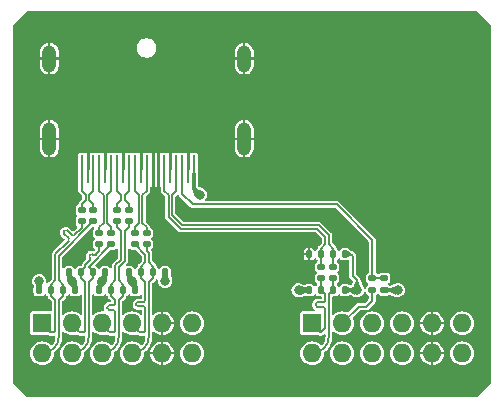
<source format=gtl>
G04 #@! TF.GenerationSoftware,KiCad,Pcbnew,8.0.0*
G04 #@! TF.CreationDate,2024-03-17T18:03:08+09:00*
G04 #@! TF.ProjectId,Pmod_DisplayPort,506d6f64-5f44-4697-9370-6c6179506f72,rev?*
G04 #@! TF.SameCoordinates,PXae6870PY2719c40*
G04 #@! TF.FileFunction,Copper,L1,Top*
G04 #@! TF.FilePolarity,Positive*
%FSLAX46Y46*%
G04 Gerber Fmt 4.6, Leading zero omitted, Abs format (unit mm)*
G04 Created by KiCad (PCBNEW 8.0.0) date 2024-03-17 18:03:08*
%MOMM*%
%LPD*%
G01*
G04 APERTURE LIST*
G04 Aperture macros list*
%AMRoundRect*
0 Rectangle with rounded corners*
0 $1 Rounding radius*
0 $2 $3 $4 $5 $6 $7 $8 $9 X,Y pos of 4 corners*
0 Add a 4 corners polygon primitive as box body*
4,1,4,$2,$3,$4,$5,$6,$7,$8,$9,$2,$3,0*
0 Add four circle primitives for the rounded corners*
1,1,$1+$1,$2,$3*
1,1,$1+$1,$4,$5*
1,1,$1+$1,$6,$7*
1,1,$1+$1,$8,$9*
0 Add four rect primitives between the rounded corners*
20,1,$1+$1,$2,$3,$4,$5,0*
20,1,$1+$1,$4,$5,$6,$7,0*
20,1,$1+$1,$6,$7,$8,$9,0*
20,1,$1+$1,$8,$9,$2,$3,0*%
G04 Aperture macros list end*
G04 #@! TA.AperFunction,ComponentPad*
%ADD10O,1.200000X2.300000*%
G04 #@! TD*
G04 #@! TA.AperFunction,ComponentPad*
%ADD11O,1.200000X2.800000*%
G04 #@! TD*
G04 #@! TA.AperFunction,SMDPad,CuDef*
%ADD12R,0.280000X2.400000*%
G04 #@! TD*
G04 #@! TA.AperFunction,ComponentPad*
%ADD13R,1.600000X1.600000*%
G04 #@! TD*
G04 #@! TA.AperFunction,ComponentPad*
%ADD14O,1.600000X1.600000*%
G04 #@! TD*
G04 #@! TA.AperFunction,SMDPad,CuDef*
%ADD15RoundRect,0.140000X0.170000X-0.140000X0.170000X0.140000X-0.170000X0.140000X-0.170000X-0.140000X0*%
G04 #@! TD*
G04 #@! TA.AperFunction,SMDPad,CuDef*
%ADD16RoundRect,0.135000X-0.185000X0.135000X-0.185000X-0.135000X0.185000X-0.135000X0.185000X0.135000X0*%
G04 #@! TD*
G04 #@! TA.AperFunction,SMDPad,CuDef*
%ADD17RoundRect,0.135000X0.135000X0.185000X-0.135000X0.185000X-0.135000X-0.185000X0.135000X-0.185000X0*%
G04 #@! TD*
G04 #@! TA.AperFunction,SMDPad,CuDef*
%ADD18RoundRect,0.135000X-0.135000X-0.185000X0.135000X-0.185000X0.135000X0.185000X-0.135000X0.185000X0*%
G04 #@! TD*
G04 #@! TA.AperFunction,SMDPad,CuDef*
%ADD19RoundRect,0.135000X0.185000X-0.135000X0.185000X0.135000X-0.185000X0.135000X-0.185000X-0.135000X0*%
G04 #@! TD*
G04 #@! TA.AperFunction,ViaPad*
%ADD20C,0.800000*%
G04 #@! TD*
G04 #@! TA.AperFunction,Conductor*
%ADD21C,0.280000*%
G04 #@! TD*
G04 #@! TA.AperFunction,Conductor*
%ADD22C,0.166100*%
G04 #@! TD*
G04 #@! TA.AperFunction,Conductor*
%ADD23C,0.200000*%
G04 #@! TD*
G04 #@! TA.AperFunction,Conductor*
%ADD24C,0.300000*%
G04 #@! TD*
G04 APERTURE END LIST*
D10*
G04 #@! TO.P,CN1,FG,FG*
G04 #@! TO.N,GND*
X-5750000Y28746667D03*
D11*
X-5750000Y21966667D03*
D10*
X10750000Y28746667D03*
D11*
X10750000Y21966667D03*
D12*
G04 #@! TO.P,CN1,20,DP_PWR*
G04 #@! TO.N,+3V3*
X6500000Y19366667D03*
G04 #@! TO.P,CN1,19,Return*
G04 #@! TO.N,GND*
X6000000Y19366667D03*
G04 #@! TO.P,CN1,18,HOT_PLUG*
G04 #@! TO.N,/HPD*
X5500000Y19366667D03*
G04 #@! TO.P,CN1,17,AUX_CH_N*
G04 #@! TO.N,/AUX_N*
X5000000Y19366667D03*
G04 #@! TO.P,CN1,16,GND*
G04 #@! TO.N,GND*
X4500000Y19366667D03*
G04 #@! TO.P,CN1,15,AUX_CH_P*
G04 #@! TO.N,/AUX_P*
X4000000Y19366667D03*
G04 #@! TO.P,CN1,14,CONFIG2*
G04 #@! TO.N,GND*
X3500000Y19366667D03*
G04 #@! TO.P,CN1,13,CONFIG1*
X3000000Y19366667D03*
G04 #@! TO.P,CN1,12,ML_LANE3_N*
G04 #@! TO.N,/ML3_N*
X2500000Y19366667D03*
G04 #@! TO.P,CN1,11,GND*
G04 #@! TO.N,GND*
X2000000Y19366667D03*
G04 #@! TO.P,CN1,10,ML_LANE3_P*
G04 #@! TO.N,/ML3_P*
X1500000Y19366667D03*
G04 #@! TO.P,CN1,9,ML_LANE2_N*
G04 #@! TO.N,/ML2_N*
X1000000Y19366667D03*
G04 #@! TO.P,CN1,8,GND*
G04 #@! TO.N,GND*
X500000Y19366667D03*
G04 #@! TO.P,CN1,7,ML_LANE2_P*
G04 #@! TO.N,/ML2_P*
X0Y19366667D03*
G04 #@! TO.P,CN1,6,ML_LANE1_N*
G04 #@! TO.N,/ML1_N*
X-500000Y19366667D03*
G04 #@! TO.P,CN1,5,GND*
G04 #@! TO.N,GND*
X-1000000Y19366667D03*
G04 #@! TO.P,CN1,4,ML_LANE1_P*
G04 #@! TO.N,/ML1_P*
X-1500000Y19366667D03*
G04 #@! TO.P,CN1,3,ML_LANE0_N*
G04 #@! TO.N,/ML0_N*
X-2000000Y19366667D03*
G04 #@! TO.P,CN1,2,GND*
G04 #@! TO.N,GND*
X-2500000Y19366667D03*
G04 #@! TO.P,CN1,1,ML_LANE0_P*
G04 #@! TO.N,/ML0_P*
X-3000000Y19366667D03*
G04 #@! TD*
D13*
G04 #@! TO.P,J1,1,Pin_1*
G04 #@! TO.N,/PMOD_L0_P*
X-6350000Y6350000D03*
D14*
G04 #@! TO.P,J1,2,Pin_2*
G04 #@! TO.N,/PMOD_L1_P*
X-3810000Y6350000D03*
G04 #@! TO.P,J1,3,Pin_3*
G04 #@! TO.N,/PMOD_L2_P*
X-1270000Y6350000D03*
G04 #@! TO.P,J1,4,Pin_4*
G04 #@! TO.N,/PMOD_L3_P*
X1270000Y6350000D03*
G04 #@! TO.P,J1,5,Pin_5*
G04 #@! TO.N,GND*
X3810000Y6350000D03*
G04 #@! TO.P,J1,6,Pin_6*
G04 #@! TO.N,+3V3*
X6350000Y6350000D03*
G04 #@! TO.P,J1,7,Pin_7*
G04 #@! TO.N,/PMOD_L0_N*
X-6350000Y3810000D03*
G04 #@! TO.P,J1,8,Pin_8*
G04 #@! TO.N,/PMOD_L1_N*
X-3810000Y3810000D03*
G04 #@! TO.P,J1,9,Pin_9*
G04 #@! TO.N,/PMOD_L2_N*
X-1270000Y3810000D03*
G04 #@! TO.P,J1,10,Pin_10*
G04 #@! TO.N,/PMOD_L3_N*
X1270000Y3810000D03*
G04 #@! TO.P,J1,11,Pin_11*
G04 #@! TO.N,GND*
X3810000Y3810000D03*
G04 #@! TO.P,J1,12,Pin_12*
G04 #@! TO.N,+3V3*
X6350000Y3810000D03*
G04 #@! TD*
D15*
G04 #@! TO.P,C10,1*
G04 #@! TO.N,/PMOD_AUX_CH_N*
X18288000Y10160000D03*
G04 #@! TO.P,C10,2*
G04 #@! TO.N,/AUX_N*
X18288000Y11120000D03*
G04 #@! TD*
D16*
G04 #@! TO.P,R14,1*
G04 #@! TO.N,/HPD*
X21590000Y10164000D03*
G04 #@! TO.P,R14,2*
G04 #@! TO.N,/PMOD_P2_HOT_PLUG*
X21590000Y9144000D03*
G04 #@! TD*
D15*
G04 #@! TO.P,C4,1*
G04 #@! TO.N,/PMOD_L1_N*
X-500000Y13040000D03*
G04 #@! TO.P,C4,2*
G04 #@! TO.N,/ML1_N*
X-500000Y14000000D03*
G04 #@! TD*
D17*
G04 #@! TO.P,R10,1*
G04 #@! TO.N,+3V3*
X1528000Y9144000D03*
G04 #@! TO.P,R10,2*
G04 #@! TO.N,/PMOD_L2_N*
X508000Y9144000D03*
G04 #@! TD*
D15*
G04 #@! TO.P,C8,1*
G04 #@! TO.N,/PMOD_L3_N*
X2500000Y13040000D03*
G04 #@! TO.P,C8,2*
G04 #@! TO.N,/ML3_N*
X2500000Y14000000D03*
G04 #@! TD*
D18*
G04 #@! TO.P,R3,1*
G04 #@! TO.N,+3V3*
X16254000Y9146000D03*
G04 #@! TO.P,R3,2*
G04 #@! TO.N,/PMOD_AUX_CH_P*
X17274000Y9146000D03*
G04 #@! TD*
G04 #@! TO.P,R11,1*
G04 #@! TO.N,+3V3*
X1012000Y10668000D03*
G04 #@! TO.P,R11,2*
G04 #@! TO.N,/PMOD_L3_P*
X2032000Y10668000D03*
G04 #@! TD*
D13*
G04 #@! TO.P,J2,1,Pin_1*
G04 #@! TO.N,/PMOD_AUX_CH_P*
X16510000Y6350000D03*
D14*
G04 #@! TO.P,J2,2,Pin_2*
G04 #@! TO.N,/PMOD_P2_HOT_PLUG*
X19050000Y6350000D03*
G04 #@! TO.P,J2,3,Pin_3*
G04 #@! TO.N,/PMOD_P3*
X21590000Y6350000D03*
G04 #@! TO.P,J2,4,Pin_4*
G04 #@! TO.N,/PMOD_P4*
X24130000Y6350000D03*
G04 #@! TO.P,J2,5,Pin_5*
G04 #@! TO.N,GND*
X26670000Y6350000D03*
G04 #@! TO.P,J2,6,Pin_6*
G04 #@! TO.N,+3V3*
X29210000Y6350000D03*
G04 #@! TO.P,J2,7,Pin_7*
G04 #@! TO.N,/PMOD_AUX_CH_N*
X16510000Y3810000D03*
G04 #@! TO.P,J2,8,Pin_8*
G04 #@! TO.N,/PMOD_P8*
X19050000Y3810000D03*
G04 #@! TO.P,J2,9,Pin_9*
G04 #@! TO.N,/PMOD_P9*
X21590000Y3810000D03*
G04 #@! TO.P,J2,10,Pin_10*
G04 #@! TO.N,/PMOD_P10*
X24130000Y3810000D03*
G04 #@! TO.P,J2,11,Pin_11*
G04 #@! TO.N,GND*
X26670000Y3810000D03*
G04 #@! TO.P,J2,12,Pin_12*
G04 #@! TO.N,+3V3*
X29210000Y3810000D03*
G04 #@! TD*
D15*
G04 #@! TO.P,C2,1*
G04 #@! TO.N,/PMOD_L0_N*
X-2000000Y15000000D03*
G04 #@! TO.P,C2,2*
G04 #@! TO.N,/ML0_N*
X-2000000Y15960000D03*
G04 #@! TD*
D17*
G04 #@! TO.P,R4,1*
G04 #@! TO.N,+3V3*
X19308000Y9144000D03*
G04 #@! TO.P,R4,2*
G04 #@! TO.N,/PMOD_AUX_CH_N*
X18288000Y9144000D03*
G04 #@! TD*
D18*
G04 #@! TO.P,R5,1*
G04 #@! TO.N,+3V3*
X-6608000Y9144000D03*
G04 #@! TO.P,R5,2*
G04 #@! TO.N,/PMOD_L0_P*
X-5588000Y9144000D03*
G04 #@! TD*
D17*
G04 #@! TO.P,R8,1*
G04 #@! TO.N,+3V3*
X-1012000Y10668000D03*
G04 #@! TO.P,R8,2*
G04 #@! TO.N,/PMOD_L1_N*
X-2032000Y10668000D03*
G04 #@! TD*
D15*
G04 #@! TO.P,C6,1*
G04 #@! TO.N,/PMOD_L2_N*
X1000000Y15000000D03*
G04 #@! TO.P,C6,2*
G04 #@! TO.N,/ML2_N*
X1000000Y15960000D03*
G04 #@! TD*
G04 #@! TO.P,C9,1*
G04 #@! TO.N,/PMOD_AUX_CH_P*
X17272000Y10160000D03*
G04 #@! TO.P,C9,2*
G04 #@! TO.N,/AUX_P*
X17272000Y11120000D03*
G04 #@! TD*
D18*
G04 #@! TO.P,R9,1*
G04 #@! TO.N,+3V3*
X-1528000Y9144000D03*
G04 #@! TO.P,R9,2*
G04 #@! TO.N,/PMOD_L2_P*
X-508000Y9144000D03*
G04 #@! TD*
D15*
G04 #@! TO.P,C5,1*
G04 #@! TO.N,/PMOD_L2_P*
X0Y15000000D03*
G04 #@! TO.P,C5,2*
G04 #@! TO.N,/ML2_P*
X0Y15960000D03*
G04 #@! TD*
G04 #@! TO.P,C3,1*
G04 #@! TO.N,/PMOD_L1_P*
X-1500000Y13040000D03*
G04 #@! TO.P,C3,2*
G04 #@! TO.N,/ML1_P*
X-1500000Y14000000D03*
G04 #@! TD*
G04 #@! TO.P,C1,1*
G04 #@! TO.N,/PMOD_L0_P*
X-3000000Y15000000D03*
G04 #@! TO.P,C1,2*
G04 #@! TO.N,/ML0_P*
X-3000000Y15960000D03*
G04 #@! TD*
D19*
G04 #@! TO.P,R13,1*
G04 #@! TO.N,+3V3*
X22606000Y9142000D03*
G04 #@! TO.P,R13,2*
G04 #@! TO.N,/HPD*
X22606000Y10162000D03*
G04 #@! TD*
D17*
G04 #@! TO.P,R12,1*
G04 #@! TO.N,+3V3*
X4068000Y10668000D03*
G04 #@! TO.P,R12,2*
G04 #@! TO.N,/PMOD_L3_N*
X3048000Y10668000D03*
G04 #@! TD*
D18*
G04 #@! TO.P,R1,1*
G04 #@! TO.N,GND*
X16252000Y12192000D03*
G04 #@! TO.P,R1,2*
G04 #@! TO.N,/AUX_P*
X17272000Y12192000D03*
G04 #@! TD*
G04 #@! TO.P,R7,1*
G04 #@! TO.N,+3V3*
X-4068000Y10668000D03*
G04 #@! TO.P,R7,2*
G04 #@! TO.N,/PMOD_L1_P*
X-3048000Y10668000D03*
G04 #@! TD*
D15*
G04 #@! TO.P,C7,1*
G04 #@! TO.N,/PMOD_L3_P*
X1500000Y13040000D03*
G04 #@! TO.P,C7,2*
G04 #@! TO.N,/ML3_P*
X1500000Y14000000D03*
G04 #@! TD*
D17*
G04 #@! TO.P,R2,1*
G04 #@! TO.N,+3V3*
X19308000Y12192000D03*
G04 #@! TO.P,R2,2*
G04 #@! TO.N,/AUX_N*
X18288000Y12192000D03*
G04 #@! TD*
G04 #@! TO.P,R6,1*
G04 #@! TO.N,+3V3*
X-3552000Y9144000D03*
G04 #@! TO.P,R6,2*
G04 #@! TO.N,/PMOD_L0_N*
X-4572000Y9144000D03*
G04 #@! TD*
D20*
G04 #@! TO.N,GND*
X3300000Y17100000D03*
X-2500000Y21300000D03*
X-1000000Y21300000D03*
X500000Y21300000D03*
X2000000Y21300000D03*
X3300000Y21300000D03*
X4500000Y21300000D03*
X6000000Y21300000D03*
X22400000Y11150000D03*
X18250000Y15650000D03*
X8650000Y13450000D03*
X14351000Y8001000D03*
X889000Y7747000D03*
X20700000Y10700000D03*
X16800000Y15500000D03*
X23750000Y8100000D03*
X18200000Y14700000D03*
X7350000Y18350000D03*
X-400000Y12150000D03*
X5400000Y16350000D03*
X13400000Y15500000D03*
X5250000Y8850000D03*
X-4191000Y11684000D03*
X-2413000Y13462000D03*
X14000000Y10950000D03*
X3450000Y7750000D03*
X16002000Y8001000D03*
X22150000Y7700000D03*
X2900000Y15100000D03*
X16800000Y13350000D03*
X13000000Y8850000D03*
X-4000000Y15000000D03*
X-3450000Y7750000D03*
X-900000Y11600000D03*
X27050000Y8050000D03*
X5200000Y13500000D03*
X5200000Y7300000D03*
X19750000Y8100000D03*
X23750000Y10450000D03*
X18669000Y8128000D03*
X-1550000Y8000000D03*
X28050000Y10200000D03*
X7500000Y7250000D03*
X19200000Y10650000D03*
X-6000000Y7850000D03*
X30000000Y8350000D03*
X15300000Y12200000D03*
X7500000Y8850000D03*
X18700000Y13350000D03*
X3450000Y8850000D03*
X7650000Y11000000D03*
X8650000Y17200000D03*
X-4200000Y8000000D03*
X10950000Y15500000D03*
X-3302000Y11811000D03*
X6350000Y15500000D03*
X20800000Y13000000D03*
X5200000Y10950000D03*
X16300000Y10200000D03*
X-5150000Y13400000D03*
X3450000Y13500000D03*
X8650000Y15500000D03*
X6350000Y13450000D03*
X22350000Y13800000D03*
X3500000Y11900000D03*
X1500000Y11800000D03*
G04 #@! TO.N,+3V3*
X-3810000Y9906000D03*
X-1270000Y9906000D03*
X-6604000Y9906000D03*
X7000000Y17200000D03*
X1270000Y9906000D03*
X20320000Y9144000D03*
X4064000Y9906000D03*
X15367000Y9144000D03*
X23749000Y9144000D03*
G04 #@! TD*
D21*
G04 #@! TO.N,GND*
X3500000Y17300000D02*
G75*
G02*
X3300000Y17100000I-200000J0D01*
G01*
X3500000Y19366667D02*
X3500000Y17300000D01*
X3000000Y17400000D02*
G75*
G03*
X3300000Y17100000I300000J0D01*
G01*
X3000000Y19366667D02*
X3000000Y17400000D01*
X-2500000Y19366667D02*
X-2500000Y21300000D01*
X-1000000Y19366667D02*
X-1000000Y21300000D01*
X500000Y19366667D02*
X500000Y21300000D01*
X2000000Y19366667D02*
X2000000Y21300000D01*
X3000000Y21000000D02*
G75*
G02*
X3300000Y21300000I300000J0D01*
G01*
X3000000Y19366667D02*
X3000000Y21000000D01*
X3500000Y21100000D02*
G75*
G03*
X3300000Y21300000I-200000J0D01*
G01*
X3500000Y19366667D02*
X3500000Y21100000D01*
X4500000Y19366667D02*
X4500000Y21300000D01*
X6000000Y19366667D02*
X6000000Y21300000D01*
D22*
G04 #@! TO.N,/AUX_N*
X18288000Y12672001D02*
X18288000Y12192000D01*
X17926550Y13033451D02*
X18288000Y12672001D01*
X17926550Y13776704D02*
X17926550Y13033451D01*
X17078704Y14624550D02*
X17926550Y13776704D01*
X5521704Y14624550D02*
X17078704Y14624550D01*
X4646550Y17213216D02*
X4646550Y15499704D01*
X4646550Y15499704D02*
X5521704Y14624550D01*
X5000000Y17566666D02*
X4646550Y17213216D01*
X5000000Y19366667D02*
X5000000Y17566666D01*
G04 #@! TO.N,/AUX_P*
X17633450Y13033451D02*
X17272000Y12672001D01*
X17272000Y12672001D02*
X17272000Y12192000D01*
X17633450Y13655296D02*
X17633450Y13033451D01*
X16957296Y14331450D02*
X17633450Y13655296D01*
X4353450Y15378296D02*
X5400296Y14331450D01*
X4000000Y17566666D02*
X4353450Y17213216D01*
X4353450Y17213216D02*
X4353450Y15378296D01*
X4000000Y19366667D02*
X4000000Y17566666D01*
X5400296Y14331450D02*
X16957296Y14331450D01*
G04 #@! TO.N,/ML3_N*
X2146550Y14818451D02*
X2500000Y14465001D01*
X2500000Y14465001D02*
X2500000Y14000000D01*
X2500000Y19366667D02*
X2500000Y17566666D01*
G04 #@! TO.N,/ML3_P*
X1853450Y14818451D02*
X1500000Y14465001D01*
G04 #@! TO.N,/ML3_N*
X2146550Y17213216D02*
X2146550Y14818451D01*
G04 #@! TO.N,/ML3_P*
X1853450Y17213216D02*
X1853450Y14818451D01*
X1500000Y17566666D02*
X1853450Y17213216D01*
G04 #@! TO.N,/ML3_N*
X2500000Y17566666D02*
X2146550Y17213216D01*
G04 #@! TO.N,/ML3_P*
X1500000Y14465001D02*
X1500000Y14000000D01*
X1500000Y19366667D02*
X1500000Y17566666D01*
G04 #@! TO.N,/ML2_N*
X646550Y16778451D02*
X1000000Y16425001D01*
X1000000Y16425001D02*
X1000000Y15960000D01*
X1000000Y17566666D02*
X646550Y17213216D01*
X646550Y17213216D02*
X646550Y16778451D01*
X1000000Y19366667D02*
X1000000Y17566666D01*
G04 #@! TO.N,/ML2_P*
X353450Y16778451D02*
X0Y16425001D01*
X353450Y17213216D02*
X353450Y16778451D01*
X0Y17566666D02*
X353450Y17213216D01*
X0Y19366667D02*
X0Y17566666D01*
X0Y16425001D02*
X0Y15960000D01*
G04 #@! TO.N,/ML1_N*
X-500000Y14465001D02*
X-500000Y14000000D01*
X-853450Y14818451D02*
X-500000Y14465001D01*
X-853450Y17213216D02*
X-853450Y14818451D01*
X-500000Y17566666D02*
X-853450Y17213216D01*
G04 #@! TO.N,/ML1_P*
X-1146550Y17213216D02*
X-1146550Y14818451D01*
X-1500000Y17566666D02*
X-1146550Y17213216D01*
X-1500000Y14465001D02*
X-1500000Y14000000D01*
X-1500000Y19366667D02*
X-1500000Y17566666D01*
G04 #@! TO.N,/ML1_N*
X-500000Y19366667D02*
X-500000Y17566666D01*
G04 #@! TO.N,/ML1_P*
X-1146550Y14818451D02*
X-1500000Y14465001D01*
G04 #@! TO.N,/ML0_N*
X-2000000Y16425001D02*
X-2000000Y15960000D01*
X-2353450Y16778451D02*
X-2000000Y16425001D01*
X-2353450Y17213216D02*
X-2353450Y16778451D01*
X-2000000Y19366667D02*
X-2000000Y17566666D01*
X-2000000Y17566666D02*
X-2353450Y17213216D01*
G04 #@! TO.N,/ML0_P*
X-2646550Y17213216D02*
X-2646550Y16778451D01*
X-3000000Y17566666D02*
X-2646550Y17213216D01*
X-2646550Y16778451D02*
X-3000000Y16425001D01*
X-3000000Y19366667D02*
X-3000000Y17566666D01*
X-3000000Y16425001D02*
X-3000000Y15960000D01*
D23*
G04 #@! TO.N,+3V3*
X-3552000Y9144000D02*
X-3552000Y9648000D01*
D24*
X6500000Y17700000D02*
X7000000Y17200000D01*
D23*
X19758000Y12192000D02*
X19950000Y12000000D01*
X-6608000Y9902000D02*
X-6604000Y9906000D01*
X1012000Y10668000D02*
X1012000Y10164000D01*
X-1012000Y10668000D02*
X-1012000Y10164000D01*
X1528000Y9648000D02*
X1270000Y9906000D01*
X-1528000Y9144000D02*
X-1528000Y9648000D01*
X4068000Y9910000D02*
X4064000Y9906000D01*
X19308000Y9144000D02*
X20320000Y9144000D01*
X-6608000Y9144000D02*
X-6608000Y9902000D01*
X-1528000Y9648000D02*
X-1270000Y9906000D01*
X19308000Y12192000D02*
X19758000Y12192000D01*
X15369000Y9146000D02*
X15367000Y9144000D01*
D24*
X6500000Y19000000D02*
X6500000Y17700000D01*
D23*
X23747000Y9142000D02*
X23749000Y9144000D01*
X22606000Y9142000D02*
X23747000Y9142000D01*
X16254000Y9146000D02*
X15369000Y9146000D01*
X1528000Y9144000D02*
X1528000Y9648000D01*
X-4068000Y10164000D02*
X-3810000Y9906000D01*
X19950000Y12000000D02*
X19950000Y10350000D01*
X19950000Y10350000D02*
X20320000Y9980000D01*
X-3552000Y9648000D02*
X-3810000Y9906000D01*
X4068000Y10668000D02*
X4068000Y9910000D01*
X-1012000Y10164000D02*
X-1270000Y9906000D01*
X-4068000Y10668000D02*
X-4068000Y10164000D01*
X20320000Y9980000D02*
X20320000Y9144000D01*
X1012000Y10164000D02*
X1270000Y9906000D01*
G04 #@! TO.N,/AUX_P*
X17272000Y12192000D02*
X17272000Y11120000D01*
G04 #@! TO.N,/AUX_N*
X18288000Y11120000D02*
X18288000Y12192000D01*
G04 #@! TO.N,/HPD*
X6400000Y16400000D02*
X5500000Y17300000D01*
X21590000Y10164000D02*
X21590000Y13410000D01*
X22606000Y10162000D02*
X21592000Y10162000D01*
X5500000Y17300000D02*
X5500000Y19000000D01*
X18600000Y16400000D02*
X6400000Y16400000D01*
X21590000Y13410000D02*
X18600000Y16400000D01*
X21592000Y10162000D02*
X21590000Y10164000D01*
G04 #@! TO.N,/PMOD_P2_HOT_PLUG*
X21082000Y7747000D02*
X21590000Y8255000D01*
X21590000Y8255000D02*
X21590000Y9144000D01*
X19050000Y6350000D02*
X20447000Y7747000D01*
X20447000Y7747000D02*
X21082000Y7747000D01*
D22*
G04 #@! TO.N,/PMOD_L0_P*
X-5226550Y8302549D02*
X-5226550Y5695450D01*
X-4198753Y13215753D02*
X-5226550Y12187956D01*
X-3000000Y14414506D02*
X-3627253Y13787253D01*
X-3000000Y15000000D02*
X-3000000Y14414506D01*
X-5226550Y9985451D02*
X-5588000Y9624001D01*
X-5588000Y9624001D02*
X-5588000Y9144000D01*
X-5588000Y8663999D02*
X-5226550Y8302549D01*
X-5226550Y5695450D02*
X-5334000Y5588000D01*
X-4144997Y13269510D02*
X-4198753Y13215753D01*
X-5334000Y5588000D02*
X-5588000Y5588000D01*
X-4506648Y13941807D02*
X-4093224Y13528383D01*
X-3834351Y13787253D02*
X-4247776Y14200678D01*
X-4093224Y13321286D02*
X-4144997Y13269510D01*
X-5226550Y12187956D02*
X-5226550Y9985451D01*
X-4454873Y14200678D02*
X-4506648Y14148904D01*
X-5588000Y9144000D02*
X-5588000Y8663999D01*
D23*
X-6350000Y6350000D02*
X-6350000Y6223000D01*
D22*
X-4247776Y14200678D02*
G75*
G03*
X-4454872Y14200677I-103548J-103546D01*
G01*
X-4093224Y13528383D02*
G75*
G02*
X-4093190Y13321252I-103576J-103583D01*
G01*
X-3627253Y13787253D02*
G75*
G02*
X-3834351Y13787253I-103549J103550D01*
G01*
X-4506648Y14148904D02*
G75*
G03*
X-4506643Y13941812I103548J-103544D01*
G01*
X-5588000Y5588000D02*
G75*
G02*
X-6350000Y6350000I0J762000D01*
G01*
D23*
G04 #@! TO.N,/PMOD_L0_N*
X-6350000Y3810000D02*
X-6096000Y3810000D01*
D22*
X-4572000Y9624001D02*
X-4933450Y9985451D01*
X-4572000Y9144000D02*
X-4572000Y9624001D01*
X-4933450Y12066550D02*
X-2000000Y15000000D01*
X-4572000Y9144000D02*
X-4572000Y8663999D01*
X-4933450Y9985451D02*
X-4933450Y12066550D01*
X-4572000Y8663999D02*
X-4933450Y8302549D01*
X-4933450Y8302549D02*
X-4933450Y5226550D01*
X-4933450Y5226550D02*
G75*
G02*
X-6350000Y3810000I-1416550J0D01*
G01*
G04 #@! TO.N,/PMOD_L1_P*
X-2062945Y12185787D02*
X-2019379Y12142221D01*
X-2686550Y11079450D02*
X-2686550Y11267956D01*
X-1760508Y12193997D02*
X-1516253Y12438253D01*
X-1812281Y12142222D02*
X-1760508Y12193997D01*
X-3048000Y10668000D02*
X-3048000Y10187999D01*
X-3048000Y10187999D02*
X-2686550Y9826549D01*
X-3048000Y10718000D02*
X-2686550Y11079450D01*
X-2686550Y9826549D02*
X-2686550Y5695450D01*
X-1516253Y12438253D02*
X-1500000Y12454506D01*
X-3048000Y10668000D02*
X-3048000Y10718000D01*
X-3048000Y5588000D02*
X-2794000Y5588000D01*
X-2686550Y11267956D02*
X-2278253Y11676253D01*
X-2278252Y11883351D02*
X-2321817Y11926916D01*
X-2321818Y12134012D02*
X-2270041Y12185788D01*
X-1500000Y12454506D02*
X-1500000Y13040000D01*
X-2686550Y5695450D02*
X-2794000Y5588000D01*
X-2321817Y11926916D02*
G75*
G02*
X-2321853Y12134047I103517J103584D01*
G01*
X-3048000Y5588000D02*
G75*
G02*
X-3810000Y6350000I0J762000D01*
G01*
X-2019378Y12142222D02*
G75*
G03*
X-1812251Y12142192I103578J103578D01*
G01*
X-2270041Y12185788D02*
G75*
G02*
X-2062952Y12185780I103541J-103588D01*
G01*
X-2278253Y11676253D02*
G75*
G03*
X-2278255Y11883348I-103547J103547D01*
G01*
G04 #@! TO.N,/PMOD_L1_N*
X-2032000Y10668000D02*
X-2032000Y10718000D01*
X-2032000Y10187999D02*
X-2032000Y10668000D01*
X-2393450Y9826549D02*
X-2032000Y10187999D01*
X-2032000Y10718000D02*
X-2393450Y11079450D01*
X-2393450Y11079450D02*
X-2393450Y11146550D01*
X-2393450Y5226550D02*
X-2393450Y9826549D01*
X-2393450Y11146550D02*
X-500000Y13040000D01*
X-3810000Y3810000D02*
G75*
G03*
X-2393450Y5226550I0J1416550D01*
G01*
G04 #@! TO.N,/PMOD_L2_P*
X353450Y11736704D02*
X353450Y14181549D01*
X-146550Y7268800D02*
X-146550Y5695450D01*
X-508000Y9144000D02*
X-508000Y8663999D01*
X-146550Y8302549D02*
X-146550Y8001000D01*
X353450Y14181549D02*
X0Y14534999D01*
X-687851Y7488460D02*
X-292990Y7488460D01*
X-508000Y9624001D02*
X-146550Y9985451D01*
X-508000Y9144000D02*
X-508000Y9624001D01*
X-146550Y9985451D02*
X-146550Y11236704D01*
X0Y14534999D02*
X0Y15000000D01*
X-146550Y11236704D02*
X353450Y11736704D01*
X-834291Y7708120D02*
X-834291Y7634900D01*
X-508000Y8663999D02*
X-146550Y8302549D01*
X-292990Y7854560D02*
X-687851Y7854560D01*
X-146550Y7342020D02*
X-146550Y7268800D01*
X-146550Y5695450D02*
X-254000Y5588000D01*
X-254000Y5588000D02*
X-508000Y5588000D01*
X-292990Y7488460D02*
G75*
G02*
X-146540Y7342020I-10J-146460D01*
G01*
X-508000Y5588000D02*
G75*
G02*
X-1270000Y6350000I0J762000D01*
G01*
X-687851Y7854560D02*
G75*
G03*
X-834360Y7708120I-49J-146460D01*
G01*
X-834291Y7634900D02*
G75*
G03*
X-687851Y7488509I146391J0D01*
G01*
X-146550Y8001000D02*
G75*
G02*
X-292990Y7854550I-146450J0D01*
G01*
G04 #@! TO.N,/PMOD_L2_N*
X646550Y14181549D02*
X1000000Y14534999D01*
X508000Y8663999D02*
X508000Y9144000D01*
X146550Y5226550D02*
X146550Y8302549D01*
X146550Y9985451D02*
X146550Y11115296D01*
X508000Y9144000D02*
X508000Y9624001D01*
X508000Y9624001D02*
X146550Y9985451D01*
X146550Y8302549D02*
X508000Y8663999D01*
X146550Y11115296D02*
X646550Y11615296D01*
X1000000Y14534999D02*
X1000000Y15000000D01*
X646550Y11615296D02*
X646550Y14181549D01*
X-1270000Y3810000D02*
G75*
G03*
X146600Y5226550I0J1416600D01*
G01*
G04 #@! TO.N,/PMOD_L3_P*
X2032000Y11148001D02*
X2393450Y11509451D01*
X2393450Y8509000D02*
X2393450Y9826549D01*
X2393450Y8278980D02*
X2393450Y8352200D01*
X2393450Y8352200D02*
X2393450Y8509000D01*
X2032000Y5588000D02*
X2286000Y5588000D01*
X2247010Y7766440D02*
X1739890Y7766440D01*
X2286000Y5588000D02*
X2393450Y5695450D01*
X2393450Y12146550D02*
X1500000Y13040000D01*
X1739890Y8132540D02*
X2247010Y8132540D01*
X1593450Y7912880D02*
X1593450Y7986100D01*
X2393450Y9826549D02*
X2032000Y10187999D01*
X2032000Y10187999D02*
X2032000Y10668000D01*
X2032000Y10668000D02*
X2032000Y11148001D01*
X2393450Y11509451D02*
X2393450Y12146550D01*
X2393450Y5695450D02*
X2393450Y7620000D01*
X1739890Y7766440D02*
G75*
G02*
X1593440Y7912880I10J146460D01*
G01*
X1593450Y7986100D02*
G75*
G02*
X1739890Y8132550I146450J0D01*
G01*
X2393450Y7620000D02*
G75*
G03*
X2247010Y7766450I-146450J0D01*
G01*
X2247010Y8132540D02*
G75*
G03*
X2393460Y8278980I-10J146460D01*
G01*
X1270000Y6350000D02*
G75*
G03*
X2032000Y5588000I762000J0D01*
G01*
G04 #@! TO.N,/PMOD_L3_N*
X3048000Y10668000D02*
X3048000Y11148001D01*
X2686550Y11509451D02*
X2686550Y12267956D01*
X2686550Y12267956D02*
X2500000Y12454506D01*
D23*
X1270000Y3810000D02*
X1524000Y3810000D01*
D22*
X2686550Y9826549D02*
X3048000Y10187999D01*
X3048000Y10187999D02*
X3048000Y10668000D01*
X3048000Y11148001D02*
X2686550Y11509451D01*
X2686550Y5226550D02*
X2686550Y9826549D01*
X2500000Y12454506D02*
X2500000Y13040000D01*
X1270000Y3810000D02*
G75*
G03*
X2686600Y5226550I0J1416600D01*
G01*
G04 #@! TO.N,/PMOD_AUX_CH_P*
X17635450Y8784550D02*
X17635450Y8255000D01*
X17489010Y8108560D02*
X16955793Y8108560D01*
X17635450Y7522800D02*
X17635450Y7493000D01*
X17635450Y7493000D02*
X17635450Y5951450D01*
D23*
X17274000Y10158000D02*
X17272000Y10160000D01*
D22*
X17635450Y7596020D02*
X17635450Y7522800D01*
X16955793Y7742460D02*
X17489010Y7742460D01*
X17635450Y5951450D02*
X17272000Y5588000D01*
D23*
X17274000Y9146000D02*
X17274000Y10158000D01*
D22*
X16809353Y7962120D02*
X16809353Y7888900D01*
X17274000Y9146000D02*
X17635450Y8784550D01*
X17635450Y8255000D02*
G75*
G02*
X17489010Y8108550I-146450J0D01*
G01*
X16809353Y7888900D02*
G75*
G03*
X16955793Y7742453I146447J0D01*
G01*
X17489010Y7742460D02*
G75*
G02*
X17635460Y7596020I-10J-146460D01*
G01*
X16955793Y8108560D02*
G75*
G03*
X16809340Y7962120I7J-146460D01*
G01*
X17272000Y5588000D02*
G75*
G02*
X16510000Y6350000I0J762000D01*
G01*
G04 #@! TO.N,/PMOD_AUX_CH_N*
X18288000Y9144000D02*
X17928550Y8784550D01*
D23*
X18288000Y9144000D02*
X18288000Y10160000D01*
D22*
X17928550Y8784550D02*
X17928550Y5228550D01*
X16510000Y3810000D02*
G75*
G03*
X17928600Y5228550I0J1418600D01*
G01*
G04 #@! TD*
G04 #@! TA.AperFunction,Conductor*
G04 #@! TO.N,GND*
G36*
X-3994483Y8807481D02*
G01*
X-3972276Y8776916D01*
X-3966065Y8763596D01*
X-3882404Y8679935D01*
X-3882403Y8679935D01*
X-3882402Y8679934D01*
X-3775176Y8629933D01*
X-3775175Y8629933D01*
X-3775173Y8629932D01*
X-3726316Y8623500D01*
X-3726315Y8623500D01*
X-3377686Y8623500D01*
X-3377684Y8623500D01*
X-3328827Y8629932D01*
X-3221596Y8679935D01*
X-3139102Y8762430D01*
X-3084587Y8790205D01*
X-3024155Y8780634D01*
X-2980890Y8737369D01*
X-2970100Y8692424D01*
X-2970100Y7164321D01*
X-2989007Y7106130D01*
X-3038507Y7070166D01*
X-3099693Y7070166D01*
X-3131905Y7087793D01*
X-3251458Y7185907D01*
X-3251460Y7185908D01*
X-3251462Y7185910D01*
X-3330639Y7228231D01*
X-3425268Y7278812D01*
X-3425270Y7278813D01*
X-3613871Y7336025D01*
X-3613874Y7336026D01*
X-3809997Y7355341D01*
X-3810003Y7355341D01*
X-4006127Y7336026D01*
X-4006130Y7336025D01*
X-4194731Y7278813D01*
X-4194733Y7278812D01*
X-4368533Y7185913D01*
X-4368543Y7185907D01*
X-4488095Y7087793D01*
X-4545072Y7065493D01*
X-4604275Y7080942D01*
X-4643090Y7128239D01*
X-4649900Y7164321D01*
X-4649900Y8144093D01*
X-4630993Y8202284D01*
X-4620910Y8214090D01*
X-4397899Y8437101D01*
X-4397896Y8437102D01*
X-4345103Y8489895D01*
X-4307773Y8554553D01*
X-4290777Y8617984D01*
X-4257454Y8669296D01*
X-4248596Y8674831D01*
X-4248691Y8674967D01*
X-4241600Y8679933D01*
X-4241600Y8679934D01*
X-4241596Y8679935D01*
X-4157935Y8763596D01*
X-4151725Y8776915D01*
X-4109997Y8821663D01*
X-4049936Y8833338D01*
X-3994483Y8807481D01*
G37*
G04 #@! TD.AperFunction*
G04 #@! TA.AperFunction,Conductor*
G36*
X-950483Y8807481D02*
G01*
X-928276Y8776916D01*
X-922065Y8763596D01*
X-838404Y8679935D01*
X-838403Y8679935D01*
X-838401Y8679933D01*
X-831309Y8674967D01*
X-832918Y8672670D01*
X-798266Y8640360D01*
X-789224Y8617985D01*
X-772227Y8554553D01*
X-772226Y8554549D01*
X-765516Y8542929D01*
X-765515Y8542925D01*
X-765514Y8542925D01*
X-765513Y8542924D01*
X-734897Y8489895D01*
X-682104Y8437102D01*
X-682102Y8437101D01*
X-552115Y8307114D01*
X-524338Y8252597D01*
X-533909Y8192165D01*
X-577174Y8148900D01*
X-622119Y8138110D01*
X-731265Y8138110D01*
X-732106Y8138056D01*
X-744363Y8138060D01*
X-853739Y8108789D01*
X-951804Y8052205D01*
X-951805Y8052205D01*
X-1031882Y7972165D01*
X-1088511Y7874126D01*
X-1117832Y7764774D01*
X-1117833Y7764769D01*
X-1117835Y7750791D01*
X-1117841Y7750677D01*
X-1117841Y7708144D01*
X-1117846Y7675936D01*
X-1117891Y7675798D01*
X-1117889Y7578281D01*
X-1117888Y7578279D01*
X-1089427Y7472082D01*
X-1092626Y7410980D01*
X-1131129Y7363428D01*
X-1190228Y7347589D01*
X-1194755Y7347931D01*
X-1269997Y7355341D01*
X-1270003Y7355341D01*
X-1466127Y7336026D01*
X-1466130Y7336025D01*
X-1654731Y7278813D01*
X-1654733Y7278812D01*
X-1828533Y7185913D01*
X-1828543Y7185907D01*
X-1948095Y7087793D01*
X-2005072Y7065493D01*
X-2064275Y7080942D01*
X-2103090Y7128239D01*
X-2109900Y7164321D01*
X-2109900Y8692424D01*
X-2090993Y8750615D01*
X-2041493Y8786579D01*
X-1980307Y8786579D01*
X-1940899Y8762430D01*
X-1858404Y8679935D01*
X-1858403Y8679935D01*
X-1858402Y8679934D01*
X-1751176Y8629933D01*
X-1751175Y8629933D01*
X-1751173Y8629932D01*
X-1702316Y8623500D01*
X-1702315Y8623500D01*
X-1353686Y8623500D01*
X-1353684Y8623500D01*
X-1304827Y8629932D01*
X-1197596Y8679935D01*
X-1113935Y8763596D01*
X-1107725Y8776915D01*
X-1065997Y8821663D01*
X-1005936Y8833338D01*
X-950483Y8807481D01*
G37*
G04 #@! TD.AperFunction*
G04 #@! TA.AperFunction,Conductor*
G36*
X1085517Y8807481D02*
G01*
X1107724Y8776916D01*
X1113935Y8763596D01*
X1197596Y8679935D01*
X1197597Y8679935D01*
X1197598Y8679934D01*
X1304824Y8629933D01*
X1304825Y8629933D01*
X1304827Y8629932D01*
X1353684Y8623500D01*
X1353685Y8623500D01*
X1702314Y8623500D01*
X1702316Y8623500D01*
X1751173Y8629932D01*
X1858404Y8679935D01*
X1940898Y8762430D01*
X1995413Y8790205D01*
X2055845Y8780634D01*
X2099110Y8737369D01*
X2109900Y8692424D01*
X2109900Y8515090D01*
X2090993Y8456899D01*
X2041493Y8420935D01*
X2010900Y8416090D01*
X1798789Y8416090D01*
X1798744Y8416094D01*
X1780889Y8416093D01*
X1780858Y8416103D01*
X1683266Y8416097D01*
X1683262Y8416097D01*
X1573906Y8386787D01*
X1475860Y8330176D01*
X1395809Y8250120D01*
X1395807Y8250117D01*
X1339200Y8152068D01*
X1309900Y8042710D01*
X1309900Y7971229D01*
X1309892Y7971133D01*
X1309894Y7953861D01*
X1309886Y7953837D01*
X1309896Y7856238D01*
X1309896Y7856236D01*
X1339208Y7746888D01*
X1395816Y7648855D01*
X1395820Y7648850D01*
X1475873Y7568801D01*
X1573915Y7512197D01*
X1683266Y7482892D01*
X1693104Y7482892D01*
X1693124Y7482890D01*
X1739871Y7482890D01*
X1789868Y7482887D01*
X1789869Y7482888D01*
X1798744Y7482887D01*
X1798789Y7482890D01*
X2010900Y7482890D01*
X2069091Y7463983D01*
X2105055Y7414483D01*
X2109900Y7383890D01*
X2109900Y7164321D01*
X2090993Y7106130D01*
X2041493Y7070166D01*
X1980307Y7070166D01*
X1948095Y7087793D01*
X1828542Y7185907D01*
X1828540Y7185908D01*
X1828538Y7185910D01*
X1749361Y7228231D01*
X1654732Y7278812D01*
X1654730Y7278813D01*
X1466129Y7336025D01*
X1466126Y7336026D01*
X1270003Y7355341D01*
X1269997Y7355341D01*
X1073873Y7336026D01*
X1073870Y7336025D01*
X885269Y7278813D01*
X885267Y7278812D01*
X711467Y7185913D01*
X711457Y7185907D01*
X591905Y7087793D01*
X534928Y7065493D01*
X475725Y7080942D01*
X436910Y7128239D01*
X430100Y7164321D01*
X430100Y8144093D01*
X449007Y8202284D01*
X459090Y8214090D01*
X682101Y8437101D01*
X682104Y8437102D01*
X734897Y8489895D01*
X772227Y8554553D01*
X789223Y8617984D01*
X822546Y8669296D01*
X831404Y8674831D01*
X831309Y8674967D01*
X838400Y8679933D01*
X838400Y8679934D01*
X838404Y8679935D01*
X922065Y8763596D01*
X928275Y8776915D01*
X970003Y8821663D01*
X1030064Y8833338D01*
X1085517Y8807481D01*
G37*
G04 #@! TD.AperFunction*
G04 #@! TA.AperFunction,Conductor*
G36*
X21042450Y8980328D02*
G01*
X21074419Y8928159D01*
X21075509Y8922276D01*
X21075932Y8920825D01*
X21125933Y8813599D01*
X21125934Y8813598D01*
X21125935Y8813596D01*
X21209596Y8729935D01*
X21232337Y8719331D01*
X21277086Y8677604D01*
X21289500Y8629606D01*
X21289500Y8420479D01*
X21270593Y8362288D01*
X21260504Y8350475D01*
X20986525Y8076496D01*
X20932008Y8048719D01*
X20916521Y8047500D01*
X20407435Y8047500D01*
X20331011Y8027022D01*
X20276296Y7995431D01*
X20276294Y7995430D01*
X20262493Y7987463D01*
X20262485Y7987457D01*
X19564268Y7289242D01*
X19509752Y7261465D01*
X19449320Y7271036D01*
X19447599Y7271934D01*
X19434727Y7278814D01*
X19246129Y7336025D01*
X19246126Y7336026D01*
X19050003Y7355341D01*
X19049997Y7355341D01*
X18853873Y7336026D01*
X18853870Y7336025D01*
X18665269Y7278813D01*
X18665267Y7278812D01*
X18491467Y7185913D01*
X18491457Y7185907D01*
X18373905Y7089434D01*
X18316928Y7067134D01*
X18257725Y7082583D01*
X18218910Y7129880D01*
X18212100Y7165962D01*
X18212100Y8524500D01*
X18231007Y8582691D01*
X18280507Y8618655D01*
X18311100Y8623500D01*
X18462314Y8623500D01*
X18462316Y8623500D01*
X18511173Y8629932D01*
X18618404Y8679935D01*
X18702065Y8763596D01*
X18708275Y8776915D01*
X18750003Y8821663D01*
X18810064Y8833338D01*
X18865517Y8807481D01*
X18887724Y8776916D01*
X18893935Y8763596D01*
X18977596Y8679935D01*
X18977597Y8679935D01*
X18977598Y8679934D01*
X19084824Y8629933D01*
X19084825Y8629933D01*
X19084827Y8629932D01*
X19133684Y8623500D01*
X19133685Y8623500D01*
X19482314Y8623500D01*
X19482316Y8623500D01*
X19531173Y8629932D01*
X19638404Y8679935D01*
X19652918Y8694451D01*
X19674420Y8710752D01*
X19679668Y8713701D01*
X19739660Y8725722D01*
X19766240Y8718776D01*
X20077081Y8589258D01*
X20077085Y8589257D01*
X20077090Y8589255D01*
X20092913Y8586072D01*
X20111264Y8580484D01*
X20163238Y8558956D01*
X20280809Y8543478D01*
X20319999Y8538318D01*
X20320000Y8538318D01*
X20320001Y8538318D01*
X20355024Y8542929D01*
X20476762Y8558956D01*
X20622841Y8619464D01*
X20748282Y8715718D01*
X20844536Y8841159D01*
X20886692Y8942934D01*
X20926427Y8989458D01*
X20985921Y9003742D01*
X21042450Y8980328D01*
G37*
G04 #@! TD.AperFunction*
G04 #@! TA.AperFunction,Conductor*
G36*
X5171102Y17240026D02*
G01*
X5214366Y17196762D01*
X5217620Y17189705D01*
X5219979Y17184010D01*
X5224668Y17175889D01*
X5224670Y17175886D01*
X5259540Y17115489D01*
X6159540Y16215489D01*
X6159539Y16215489D01*
X6215489Y16159540D01*
X6284007Y16119981D01*
X6284011Y16119979D01*
X6360435Y16099501D01*
X6360437Y16099500D01*
X6360438Y16099500D01*
X18434521Y16099500D01*
X18492712Y16080593D01*
X18504525Y16070504D01*
X21260504Y13314525D01*
X21288281Y13260008D01*
X21289500Y13244521D01*
X21289500Y10678396D01*
X21270593Y10620205D01*
X21232341Y10588672D01*
X21209598Y10578067D01*
X21125933Y10494402D01*
X21075932Y10387176D01*
X21075932Y10387175D01*
X21074630Y10377281D01*
X21069500Y10338316D01*
X21069500Y9989684D01*
X21073263Y9961102D01*
X21075932Y9940826D01*
X21075932Y9940825D01*
X21125933Y9833599D01*
X21125934Y9833598D01*
X21125935Y9833596D01*
X21209596Y9749935D01*
X21209597Y9749935D01*
X21209598Y9749934D01*
X21222915Y9743724D01*
X21267663Y9701995D01*
X21279337Y9641934D01*
X21253478Y9586482D01*
X21222915Y9564276D01*
X21209598Y9558067D01*
X21125933Y9474402D01*
X21075932Y9367176D01*
X21073813Y9359902D01*
X21071764Y9360499D01*
X21049955Y9314795D01*
X20996180Y9285609D01*
X20935519Y9293605D01*
X20891144Y9335730D01*
X20886689Y9345074D01*
X20883515Y9352738D01*
X20877924Y9371100D01*
X20874745Y9386908D01*
X20861301Y9419173D01*
X20628115Y9978823D01*
X20620500Y10016900D01*
X20620500Y10019563D01*
X20620499Y10019565D01*
X20605938Y10073905D01*
X20600021Y10095989D01*
X20596030Y10102901D01*
X20560460Y10164511D01*
X20504511Y10220461D01*
X20504511Y10220460D01*
X20279496Y10445475D01*
X20251719Y10499992D01*
X20250500Y10515479D01*
X20250500Y12039563D01*
X20250499Y12039565D01*
X20230021Y12115989D01*
X20230019Y12115993D01*
X20190460Y12184511D01*
X20134512Y12240460D01*
X19942511Y12432460D01*
X19912103Y12450017D01*
X19912103Y12450016D01*
X19873989Y12472021D01*
X19873988Y12472022D01*
X19873987Y12472022D01*
X19867995Y12474504D01*
X19868162Y12474909D01*
X19842799Y12486875D01*
X19821502Y12502071D01*
X19726594Y12569791D01*
X19714100Y12580370D01*
X19638404Y12656065D01*
X19638401Y12656067D01*
X19531175Y12706068D01*
X19498601Y12710356D01*
X19482316Y12712500D01*
X19133684Y12712500D01*
X19117398Y12710356D01*
X19084825Y12706068D01*
X19084824Y12706068D01*
X18977598Y12656067D01*
X18893933Y12572402D01*
X18887724Y12559085D01*
X18845995Y12514337D01*
X18785934Y12502663D01*
X18730482Y12528522D01*
X18708276Y12559085D01*
X18702066Y12572402D01*
X18702065Y12572403D01*
X18702065Y12572404D01*
X18618404Y12656065D01*
X18618402Y12656066D01*
X18618399Y12656069D01*
X18611307Y12661035D01*
X18612913Y12663330D01*
X18578256Y12695655D01*
X18569223Y12718016D01*
X18552227Y12781447D01*
X18514897Y12846105D01*
X18462104Y12898898D01*
X18462101Y12898900D01*
X18239096Y13121905D01*
X18211319Y13176422D01*
X18210100Y13191909D01*
X18210100Y13814032D01*
X18210100Y13814034D01*
X18208466Y13820131D01*
X18196349Y13865354D01*
X18190777Y13886150D01*
X18153447Y13950808D01*
X18100654Y14003601D01*
X18100651Y14003603D01*
X17305602Y14798652D01*
X17305601Y14798654D01*
X17252808Y14851447D01*
X17211818Y14875112D01*
X17211816Y14875114D01*
X17211816Y14875113D01*
X17188153Y14888776D01*
X17188152Y14888777D01*
X17188151Y14888777D01*
X17116034Y14908101D01*
X17041374Y14908101D01*
X17035311Y14908101D01*
X17035295Y14908100D01*
X5680163Y14908100D01*
X5621972Y14927007D01*
X5610159Y14937096D01*
X4959096Y15588159D01*
X4931319Y15642676D01*
X4930100Y15658163D01*
X4930100Y17054758D01*
X4949007Y17112949D01*
X4959096Y17124761D01*
X5056153Y17221819D01*
X5110669Y17249597D01*
X5171102Y17240026D01*
G37*
G04 #@! TD.AperFunction*
G04 #@! TA.AperFunction,Conductor*
G36*
X18865517Y11855481D02*
G01*
X18887724Y11824916D01*
X18893935Y11811596D01*
X18977596Y11727935D01*
X18977597Y11727935D01*
X18977598Y11727934D01*
X19084824Y11677933D01*
X19084825Y11677933D01*
X19084827Y11677932D01*
X19133684Y11671500D01*
X19133685Y11671500D01*
X19482314Y11671500D01*
X19482316Y11671500D01*
X19531173Y11677932D01*
X19531175Y11677934D01*
X19537577Y11678776D01*
X19597738Y11667626D01*
X19639855Y11623245D01*
X19649500Y11580623D01*
X19649500Y10310436D01*
X19669978Y10234012D01*
X19669979Y10234010D01*
X19689319Y10200514D01*
X19689319Y10200511D01*
X19689320Y10200511D01*
X19689321Y10200510D01*
X19709540Y10165489D01*
X19930981Y9944048D01*
X19958757Y9889533D01*
X19952360Y9835969D01*
X19872647Y9644660D01*
X19832813Y9598217D01*
X19819341Y9591353D01*
X19766242Y9569228D01*
X19705255Y9564299D01*
X19679671Y9574302D01*
X19674424Y9577250D01*
X19652915Y9593555D01*
X19638404Y9608065D01*
X19638401Y9608067D01*
X19531175Y9658068D01*
X19498601Y9662356D01*
X19482316Y9664500D01*
X19133684Y9664500D01*
X19117398Y9662356D01*
X19084825Y9658068D01*
X19084824Y9658068D01*
X18977598Y9608067D01*
X18893933Y9524402D01*
X18887724Y9511085D01*
X18845995Y9466337D01*
X18785934Y9454663D01*
X18730482Y9480522D01*
X18708276Y9511085D01*
X18702066Y9524402D01*
X18702065Y9524403D01*
X18702065Y9524404D01*
X18641738Y9584731D01*
X18613963Y9639245D01*
X18623534Y9699677D01*
X18650336Y9730507D01*
X18650191Y9730652D01*
X18652273Y9732735D01*
X18654969Y9735835D01*
X18656303Y9736771D01*
X18656316Y9736776D01*
X18741224Y9821684D01*
X18791972Y9930513D01*
X18798500Y9980099D01*
X18798499Y10339900D01*
X18791972Y10389487D01*
X18791972Y10389489D01*
X18741225Y10498314D01*
X18741224Y10498315D01*
X18741224Y10498316D01*
X18669541Y10569999D01*
X18641766Y10624513D01*
X18651337Y10684945D01*
X18669540Y10710001D01*
X18741224Y10781684D01*
X18791972Y10890513D01*
X18798500Y10940099D01*
X18798499Y11299900D01*
X18791972Y11349487D01*
X18791972Y11349489D01*
X18741225Y11458314D01*
X18741224Y11458315D01*
X18741224Y11458316D01*
X18656316Y11543224D01*
X18656314Y11543225D01*
X18656313Y11543226D01*
X18645659Y11548194D01*
X18600912Y11589924D01*
X18588500Y11637918D01*
X18588500Y11657024D01*
X18607407Y11715215D01*
X18617496Y11727028D01*
X18618402Y11727935D01*
X18618404Y11727935D01*
X18702065Y11811596D01*
X18708275Y11824915D01*
X18750003Y11869663D01*
X18810064Y11881338D01*
X18865517Y11855481D01*
G37*
G04 #@! TD.AperFunction*
G04 #@! TA.AperFunction,Conductor*
G36*
X-1952855Y14500594D02*
G01*
X-1916891Y14451094D01*
X-1916891Y14389908D01*
X-1941041Y14350500D01*
X-1953224Y14338316D01*
X-1953226Y14338314D01*
X-2003971Y14229490D01*
X-2003972Y14229489D01*
X-2010500Y14179900D01*
X-2010500Y13820105D01*
X-2010499Y13820093D01*
X-2003973Y13770514D01*
X-2003973Y13770512D01*
X-1953226Y13661687D01*
X-1953225Y13661686D01*
X-1953224Y13661684D01*
X-1881542Y13590002D01*
X-1853766Y13535487D01*
X-1863337Y13475055D01*
X-1881541Y13450000D01*
X-1935817Y13395723D01*
X-1953226Y13378314D01*
X-2003971Y13269490D01*
X-2003972Y13269489D01*
X-2010500Y13219900D01*
X-2010500Y12860105D01*
X-2010499Y12860093D01*
X-2003973Y12810514D01*
X-2003973Y12810513D01*
X-1953226Y12701687D01*
X-1953225Y12701686D01*
X-1953224Y12701684D01*
X-1898236Y12646696D01*
X-1870460Y12592181D01*
X-1880031Y12531749D01*
X-1923296Y12488484D01*
X-1983728Y12478913D01*
X-1994118Y12481842D01*
X-1994279Y12481239D01*
X-2000545Y12482918D01*
X-2109886Y12512212D01*
X-2109887Y12512213D01*
X-2109890Y12512213D01*
X-2223071Y12512216D01*
X-2223083Y12512216D01*
X-2223084Y12512216D01*
X-2223087Y12512216D01*
X-2332422Y12482932D01*
X-2332426Y12482931D01*
X-2332426Y12482930D01*
X-2351326Y12472022D01*
X-2430467Y12426347D01*
X-2430470Y12426345D01*
X-2439597Y12417221D01*
X-2439694Y12417136D01*
X-2470500Y12386330D01*
X-2493323Y12363519D01*
X-2493448Y12363456D01*
X-2562391Y12294507D01*
X-2619006Y12196428D01*
X-2648300Y12087045D01*
X-2648281Y11973805D01*
X-2618948Y11864431D01*
X-2618946Y11864427D01*
X-2610138Y11849181D01*
X-2597399Y11789337D01*
X-2622269Y11733434D01*
X-2625856Y11729653D01*
X-2860652Y11494856D01*
X-2860652Y11494855D01*
X-2860654Y11494853D01*
X-2860655Y11494854D01*
X-2913445Y11442063D01*
X-2913447Y11442061D01*
X-2913447Y11442060D01*
X-2928894Y11415305D01*
X-2928895Y11415303D01*
X-2928896Y11415304D01*
X-2950776Y11377407D01*
X-2950778Y11377403D01*
X-2970101Y11305289D01*
X-2970101Y11287500D01*
X-2989008Y11229309D01*
X-3038508Y11193345D01*
X-3069101Y11188500D01*
X-3222316Y11188500D01*
X-3238602Y11186356D01*
X-3271175Y11182068D01*
X-3271176Y11182068D01*
X-3378402Y11132067D01*
X-3462067Y11048402D01*
X-3468276Y11035085D01*
X-3510005Y10990337D01*
X-3570066Y10978663D01*
X-3625518Y11004522D01*
X-3647724Y11035085D01*
X-3653934Y11048402D01*
X-3653935Y11048403D01*
X-3653935Y11048404D01*
X-3737596Y11132065D01*
X-3737598Y11132066D01*
X-3737599Y11132067D01*
X-3844825Y11182068D01*
X-3877399Y11186356D01*
X-3893684Y11188500D01*
X-4242316Y11188500D01*
X-4258602Y11186356D01*
X-4291175Y11182068D01*
X-4291176Y11182068D01*
X-4398402Y11132067D01*
X-4398404Y11132066D01*
X-4398404Y11132065D01*
X-4480899Y11049571D01*
X-4535413Y11021795D01*
X-4595845Y11031366D01*
X-4639110Y11074631D01*
X-4649900Y11119576D01*
X-4649900Y11908092D01*
X-4630993Y11966283D01*
X-4620904Y11978096D01*
X-2108495Y14490505D01*
X-2053978Y14518282D01*
X-2038491Y14519501D01*
X-2011046Y14519501D01*
X-1952855Y14500594D01*
G37*
G04 #@! TD.AperFunction*
G04 #@! TA.AperFunction,Conductor*
G36*
X15845Y12667563D02*
G01*
X59110Y12624298D01*
X69900Y12579353D01*
X69900Y11895163D01*
X50993Y11836972D01*
X40904Y11825159D01*
X-320652Y11463603D01*
X-320654Y11463601D01*
X-320655Y11463602D01*
X-373448Y11410808D01*
X-373452Y11410804D01*
X-391508Y11379526D01*
X-391509Y11379523D01*
X-410776Y11346155D01*
X-410780Y11346145D01*
X-430101Y11274037D01*
X-430101Y11191400D01*
X-430100Y11191387D01*
X-430100Y11119576D01*
X-449007Y11061385D01*
X-498507Y11025421D01*
X-559693Y11025421D01*
X-599102Y11049571D01*
X-681596Y11132065D01*
X-681598Y11132066D01*
X-681599Y11132067D01*
X-788825Y11182068D01*
X-821399Y11186356D01*
X-837684Y11188500D01*
X-1186316Y11188500D01*
X-1202602Y11186356D01*
X-1235175Y11182068D01*
X-1235176Y11182068D01*
X-1342402Y11132067D01*
X-1426067Y11048402D01*
X-1432276Y11035085D01*
X-1474005Y10990337D01*
X-1534066Y10978663D01*
X-1589518Y11004522D01*
X-1611724Y11035085D01*
X-1617934Y11048402D01*
X-1617935Y11048403D01*
X-1617935Y11048404D01*
X-1701596Y11132065D01*
X-1781696Y11169417D01*
X-1826441Y11211143D01*
X-1838116Y11271204D01*
X-1812258Y11326657D01*
X-1809886Y11329115D01*
X-608495Y12530505D01*
X-553978Y12558282D01*
X-538491Y12559501D01*
X-290103Y12559501D01*
X-290100Y12559501D01*
X-240513Y12566028D01*
X-240512Y12566028D01*
X-174246Y12596929D01*
X-131684Y12616776D01*
X-99102Y12649359D01*
X-44587Y12677134D01*
X15845Y12667563D01*
G37*
G04 #@! TD.AperFunction*
G04 #@! TA.AperFunction,Conductor*
G36*
X1099101Y12649359D02*
G01*
X1131684Y12616776D01*
X1240513Y12566028D01*
X1290099Y12559500D01*
X1538491Y12559501D01*
X1596681Y12540594D01*
X1608495Y12530505D01*
X2080904Y12058096D01*
X2108681Y12003579D01*
X2109900Y11988092D01*
X2109900Y11667909D01*
X2090993Y11609718D01*
X2080903Y11597905D01*
X1857897Y11374901D01*
X1857898Y11374900D01*
X1857896Y11374898D01*
X1857895Y11374899D01*
X1805102Y11322105D01*
X1786221Y11289402D01*
X1786221Y11289400D01*
X1767773Y11257448D01*
X1767772Y11257446D01*
X1767771Y11257443D01*
X1750775Y11194016D01*
X1717450Y11142702D01*
X1708593Y11137168D01*
X1708689Y11137031D01*
X1701597Y11132066D01*
X1617933Y11048402D01*
X1611724Y11035085D01*
X1569995Y10990337D01*
X1509934Y10978663D01*
X1454482Y11004522D01*
X1432276Y11035085D01*
X1426066Y11048402D01*
X1426065Y11048403D01*
X1426065Y11048404D01*
X1342404Y11132065D01*
X1342402Y11132066D01*
X1342401Y11132067D01*
X1235175Y11182068D01*
X1202601Y11186356D01*
X1186316Y11188500D01*
X859762Y11188500D01*
X801571Y11207407D01*
X765607Y11256907D01*
X765607Y11318093D01*
X789756Y11357502D01*
X873447Y11441192D01*
X910777Y11505849D01*
X930101Y11577966D01*
X930101Y11652626D01*
X930101Y11658688D01*
X930100Y11658706D01*
X930100Y12579353D01*
X949007Y12637544D01*
X998507Y12673508D01*
X1059693Y12673508D01*
X1099101Y12649359D01*
G37*
G04 #@! TD.AperFunction*
G04 #@! TA.AperFunction,Conductor*
G36*
X30465910Y32777593D02*
G01*
X30477723Y32767504D01*
X31645504Y31599723D01*
X31673281Y31545206D01*
X31674500Y31529719D01*
X31674500Y1342281D01*
X31655593Y1284090D01*
X31645504Y1272277D01*
X30477723Y104496D01*
X30423206Y76719D01*
X30407719Y75500D01*
X-7547719Y75500D01*
X-7605910Y94407D01*
X-7617723Y104496D01*
X-8785504Y1272277D01*
X-8813281Y1326794D01*
X-8814500Y1342281D01*
X-8814500Y3809997D01*
X-7355341Y3809997D01*
X-7336026Y3613874D01*
X-7336025Y3613871D01*
X-7278813Y3425270D01*
X-7278812Y3425268D01*
X-7207782Y3292382D01*
X-7185910Y3251462D01*
X-7185908Y3251460D01*
X-7185907Y3251458D01*
X-7060888Y3099122D01*
X-7060879Y3099113D01*
X-6909046Y2974507D01*
X-6908538Y2974090D01*
X-6734727Y2881186D01*
X-6546132Y2823976D01*
X-6546130Y2823976D01*
X-6546127Y2823975D01*
X-6350003Y2804659D01*
X-6350000Y2804659D01*
X-6349997Y2804659D01*
X-6153874Y2823975D01*
X-6153873Y2823976D01*
X-6153868Y2823976D01*
X-5965273Y2881186D01*
X-5791462Y2974090D01*
X-5639117Y3099117D01*
X-5514090Y3251462D01*
X-5421186Y3425273D01*
X-5363976Y3613868D01*
X-5363965Y3613972D01*
X-5349846Y3757339D01*
X-5344659Y3810000D01*
X-5344659Y3810004D01*
X-5344422Y3812412D01*
X-5319903Y3868469D01*
X-5310737Y3877522D01*
X-5144777Y4021327D01*
X-5056270Y4123471D01*
X-4985532Y4205104D01*
X-4985531Y4205107D01*
X-4985523Y4205115D01*
X-4854046Y4409697D01*
X-4753023Y4630908D01*
X-4684509Y4864245D01*
X-4667205Y4984601D01*
X-4649900Y5104951D01*
X-4649900Y5535680D01*
X-4630993Y5593871D01*
X-4581493Y5629835D01*
X-4520307Y5629835D01*
X-4488095Y5612208D01*
X-4388219Y5530242D01*
X-4368538Y5514090D01*
X-4194727Y5421186D01*
X-4006132Y5363976D01*
X-4006130Y5363976D01*
X-4006127Y5363975D01*
X-3810003Y5344659D01*
X-3810000Y5344659D01*
X-3809997Y5344659D01*
X-3613874Y5363975D01*
X-3613873Y5363976D01*
X-3613868Y5363976D01*
X-3526571Y5390458D01*
X-3465397Y5389257D01*
X-3463972Y5388750D01*
X-3372921Y5355610D01*
X-3319642Y5336218D01*
X-3139474Y5304450D01*
X-3085330Y5304450D01*
X-2837409Y5304450D01*
X-2837393Y5304449D01*
X-2778224Y5304449D01*
X-2720033Y5285542D01*
X-2684069Y5236042D01*
X-2679602Y5196821D01*
X-2681275Y5177685D01*
X-2693458Y5038438D01*
X-2696454Y5021444D01*
X-2743088Y4847403D01*
X-2748991Y4831187D01*
X-2825132Y4667903D01*
X-2833760Y4652958D01*
X-2930988Y4514103D01*
X-2979853Y4477281D01*
X-3041029Y4476213D01*
X-3088612Y4508083D01*
X-3099117Y4520883D01*
X-3139920Y4554370D01*
X-3251458Y4645907D01*
X-3251460Y4645908D01*
X-3251462Y4645910D01*
X-3294440Y4668882D01*
X-3425268Y4738812D01*
X-3425270Y4738813D01*
X-3613871Y4796025D01*
X-3613874Y4796026D01*
X-3809997Y4815341D01*
X-3810003Y4815341D01*
X-4006127Y4796026D01*
X-4006130Y4796025D01*
X-4194731Y4738813D01*
X-4194733Y4738812D01*
X-4368533Y4645913D01*
X-4368543Y4645907D01*
X-4520879Y4520888D01*
X-4520888Y4520879D01*
X-4645907Y4368543D01*
X-4645913Y4368533D01*
X-4738812Y4194733D01*
X-4738813Y4194731D01*
X-4796025Y4006130D01*
X-4796026Y4006127D01*
X-4815341Y3810004D01*
X-4815341Y3809997D01*
X-4796026Y3613874D01*
X-4796025Y3613871D01*
X-4738813Y3425270D01*
X-4738812Y3425268D01*
X-4667782Y3292382D01*
X-4645910Y3251462D01*
X-4645908Y3251460D01*
X-4645907Y3251458D01*
X-4520888Y3099122D01*
X-4520879Y3099113D01*
X-4369046Y2974507D01*
X-4368538Y2974090D01*
X-4194727Y2881186D01*
X-4006132Y2823976D01*
X-4006130Y2823976D01*
X-4006127Y2823975D01*
X-3810003Y2804659D01*
X-3810000Y2804659D01*
X-3809997Y2804659D01*
X-3613874Y2823975D01*
X-3613873Y2823976D01*
X-3613868Y2823976D01*
X-3425273Y2881186D01*
X-3251462Y2974090D01*
X-3099117Y3099117D01*
X-2974090Y3251462D01*
X-2881186Y3425273D01*
X-2823976Y3613868D01*
X-2823965Y3613972D01*
X-2809846Y3757339D01*
X-2804659Y3810000D01*
X-2804659Y3810004D01*
X-2804422Y3812412D01*
X-2779903Y3868469D01*
X-2770737Y3877522D01*
X-2604777Y4021327D01*
X-2516270Y4123471D01*
X-2445532Y4205104D01*
X-2445531Y4205107D01*
X-2445523Y4205115D01*
X-2314046Y4409697D01*
X-2213023Y4630908D01*
X-2144509Y4864245D01*
X-2127205Y4984601D01*
X-2109900Y5104951D01*
X-2109900Y5535680D01*
X-2090993Y5593871D01*
X-2041493Y5629835D01*
X-1980307Y5629835D01*
X-1948095Y5612208D01*
X-1848219Y5530242D01*
X-1828538Y5514090D01*
X-1654727Y5421186D01*
X-1466132Y5363976D01*
X-1466130Y5363976D01*
X-1466127Y5363975D01*
X-1270003Y5344659D01*
X-1270000Y5344659D01*
X-1269997Y5344659D01*
X-1073874Y5363975D01*
X-1073873Y5363976D01*
X-1073868Y5363976D01*
X-986571Y5390458D01*
X-925397Y5389257D01*
X-923972Y5388750D01*
X-832921Y5355610D01*
X-779642Y5336218D01*
X-599474Y5304450D01*
X-545330Y5304450D01*
X-297409Y5304450D01*
X-297393Y5304449D01*
X-238222Y5304449D01*
X-180031Y5285542D01*
X-144067Y5236042D01*
X-139599Y5196817D01*
X-153464Y5038401D01*
X-156461Y5021407D01*
X-203098Y4847377D01*
X-209001Y4831161D01*
X-285146Y4667879D01*
X-293774Y4652935D01*
X-390989Y4514103D01*
X-439854Y4477282D01*
X-501031Y4476215D01*
X-548611Y4508083D01*
X-559112Y4520878D01*
X-559122Y4520888D01*
X-711458Y4645907D01*
X-711460Y4645908D01*
X-711462Y4645910D01*
X-754440Y4668882D01*
X-885268Y4738812D01*
X-885270Y4738813D01*
X-1073871Y4796025D01*
X-1073874Y4796026D01*
X-1269997Y4815341D01*
X-1270003Y4815341D01*
X-1466127Y4796026D01*
X-1466130Y4796025D01*
X-1654731Y4738813D01*
X-1654733Y4738812D01*
X-1828533Y4645913D01*
X-1828543Y4645907D01*
X-1980879Y4520888D01*
X-1980888Y4520879D01*
X-2105907Y4368543D01*
X-2105913Y4368533D01*
X-2198812Y4194733D01*
X-2198813Y4194731D01*
X-2256025Y4006130D01*
X-2256026Y4006127D01*
X-2275341Y3810004D01*
X-2275341Y3809997D01*
X-2256026Y3613874D01*
X-2256025Y3613871D01*
X-2198813Y3425270D01*
X-2198812Y3425268D01*
X-2127782Y3292382D01*
X-2105910Y3251462D01*
X-2105908Y3251460D01*
X-2105907Y3251458D01*
X-1980888Y3099122D01*
X-1980879Y3099113D01*
X-1829046Y2974507D01*
X-1828538Y2974090D01*
X-1654727Y2881186D01*
X-1466132Y2823976D01*
X-1466130Y2823976D01*
X-1466127Y2823975D01*
X-1270003Y2804659D01*
X-1270000Y2804659D01*
X-1269997Y2804659D01*
X-1073874Y2823975D01*
X-1073873Y2823976D01*
X-1073868Y2823976D01*
X-885273Y2881186D01*
X-711462Y2974090D01*
X-559117Y3099117D01*
X-434090Y3251462D01*
X-341186Y3425273D01*
X-283976Y3613868D01*
X-283965Y3613972D01*
X-264421Y3812414D01*
X-239902Y3868472D01*
X-230728Y3877531D01*
X-64798Y4021306D01*
X94456Y4205087D01*
X225934Y4409661D01*
X326961Y4630865D01*
X395480Y4864194D01*
X430096Y5104899D01*
X430097Y5177690D01*
X430100Y5177704D01*
X430100Y5228560D01*
X430100Y5236042D01*
X430102Y5276537D01*
X430100Y5276541D01*
X430101Y5284501D01*
X430100Y5284527D01*
X430100Y5535680D01*
X449007Y5593871D01*
X498507Y5629835D01*
X559693Y5629835D01*
X591905Y5612208D01*
X691781Y5530242D01*
X711462Y5514090D01*
X885273Y5421186D01*
X1073868Y5363976D01*
X1073870Y5363976D01*
X1073873Y5363975D01*
X1269997Y5344659D01*
X1270000Y5344659D01*
X1270003Y5344659D01*
X1466126Y5363975D01*
X1466127Y5363976D01*
X1466132Y5363976D01*
X1553429Y5390458D01*
X1614603Y5389257D01*
X1616028Y5388750D01*
X1707079Y5355610D01*
X1760358Y5336218D01*
X1940526Y5304450D01*
X1994670Y5304450D01*
X2242591Y5304450D01*
X2242607Y5304449D01*
X2301778Y5304449D01*
X2359969Y5285542D01*
X2395933Y5236042D01*
X2400401Y5196817D01*
X2386536Y5038401D01*
X2383539Y5021407D01*
X2336902Y4847377D01*
X2330999Y4831161D01*
X2254854Y4667879D01*
X2246226Y4652935D01*
X2149011Y4514103D01*
X2100146Y4477282D01*
X2038969Y4476215D01*
X1991389Y4508083D01*
X1980888Y4520878D01*
X1980878Y4520888D01*
X1828542Y4645907D01*
X1828540Y4645908D01*
X1828538Y4645910D01*
X1785560Y4668882D01*
X1654732Y4738812D01*
X1654730Y4738813D01*
X1466129Y4796025D01*
X1466126Y4796026D01*
X1270003Y4815341D01*
X1269997Y4815341D01*
X1073873Y4796026D01*
X1073870Y4796025D01*
X885269Y4738813D01*
X885267Y4738812D01*
X711467Y4645913D01*
X711457Y4645907D01*
X559121Y4520888D01*
X559112Y4520879D01*
X434093Y4368543D01*
X434087Y4368533D01*
X341188Y4194733D01*
X341187Y4194731D01*
X283975Y4006130D01*
X283974Y4006127D01*
X264659Y3810004D01*
X264659Y3809997D01*
X283974Y3613874D01*
X283975Y3613871D01*
X341187Y3425270D01*
X341188Y3425268D01*
X412218Y3292382D01*
X434090Y3251462D01*
X434092Y3251460D01*
X434093Y3251458D01*
X559112Y3099122D01*
X559121Y3099113D01*
X710954Y2974507D01*
X711462Y2974090D01*
X885273Y2881186D01*
X1073868Y2823976D01*
X1073870Y2823976D01*
X1073873Y2823975D01*
X1269997Y2804659D01*
X1270000Y2804659D01*
X1270003Y2804659D01*
X1466126Y2823975D01*
X1466127Y2823976D01*
X1466132Y2823976D01*
X1654727Y2881186D01*
X1828538Y2974090D01*
X1980883Y3099117D01*
X2105910Y3251462D01*
X2198814Y3425273D01*
X2256024Y3613868D01*
X2256035Y3613972D01*
X2265493Y3710000D01*
X2815009Y3710000D01*
X2824467Y3613972D01*
X2824468Y3613966D01*
X2881650Y3425465D01*
X2881652Y3425460D01*
X2974502Y3251748D01*
X2974506Y3251742D01*
X3099468Y3099477D01*
X3099476Y3099469D01*
X3251741Y2974507D01*
X3251747Y2974503D01*
X3425459Y2881653D01*
X3425464Y2881651D01*
X3613968Y2824469D01*
X3709999Y2815011D01*
X3710000Y2815012D01*
X3710000Y3422685D01*
X3757339Y3410000D01*
X3862661Y3410000D01*
X3910000Y3422685D01*
X3910000Y2815011D01*
X4006031Y2824469D01*
X4194535Y2881651D01*
X4194540Y2881653D01*
X4368252Y2974503D01*
X4368258Y2974507D01*
X4520523Y3099469D01*
X4520531Y3099477D01*
X4645493Y3251742D01*
X4645497Y3251748D01*
X4738347Y3425460D01*
X4738349Y3425465D01*
X4795531Y3613966D01*
X4795532Y3613972D01*
X4804991Y3710000D01*
X4197316Y3710000D01*
X4210000Y3757339D01*
X4210000Y3809997D01*
X5344659Y3809997D01*
X5363974Y3613874D01*
X5363975Y3613871D01*
X5421187Y3425270D01*
X5421188Y3425268D01*
X5492218Y3292382D01*
X5514090Y3251462D01*
X5514092Y3251460D01*
X5514093Y3251458D01*
X5639112Y3099122D01*
X5639121Y3099113D01*
X5790954Y2974507D01*
X5791462Y2974090D01*
X5965273Y2881186D01*
X6153868Y2823976D01*
X6153870Y2823976D01*
X6153873Y2823975D01*
X6349997Y2804659D01*
X6350000Y2804659D01*
X6350003Y2804659D01*
X6546126Y2823975D01*
X6546127Y2823976D01*
X6546132Y2823976D01*
X6734727Y2881186D01*
X6908538Y2974090D01*
X7060883Y3099117D01*
X7185910Y3251462D01*
X7278814Y3425273D01*
X7336024Y3613868D01*
X7336035Y3613972D01*
X7355341Y3809997D01*
X7355341Y3810004D01*
X7336025Y4006127D01*
X7336024Y4006130D01*
X7336024Y4006132D01*
X7278814Y4194727D01*
X7273276Y4205087D01*
X7186062Y4368253D01*
X7185910Y4368538D01*
X7152133Y4409695D01*
X7060887Y4520879D01*
X7060878Y4520888D01*
X6908542Y4645907D01*
X6908540Y4645908D01*
X6908538Y4645910D01*
X6865560Y4668882D01*
X6734732Y4738812D01*
X6734730Y4738813D01*
X6546129Y4796025D01*
X6546126Y4796026D01*
X6350003Y4815341D01*
X6349997Y4815341D01*
X6153873Y4796026D01*
X6153870Y4796025D01*
X5965269Y4738813D01*
X5965267Y4738812D01*
X5791467Y4645913D01*
X5791457Y4645907D01*
X5639121Y4520888D01*
X5639112Y4520879D01*
X5514093Y4368543D01*
X5514087Y4368533D01*
X5421188Y4194733D01*
X5421187Y4194731D01*
X5363975Y4006130D01*
X5363974Y4006127D01*
X5344659Y3810004D01*
X5344659Y3809997D01*
X4210000Y3809997D01*
X4210000Y3862661D01*
X4197316Y3910000D01*
X4804990Y3910000D01*
X4804990Y3910001D01*
X4795532Y4006029D01*
X4795531Y4006035D01*
X4738349Y4194536D01*
X4738347Y4194541D01*
X4645497Y4368253D01*
X4645493Y4368259D01*
X4520531Y4520524D01*
X4520523Y4520532D01*
X4368258Y4645494D01*
X4368252Y4645498D01*
X4194540Y4738348D01*
X4194535Y4738350D01*
X4006034Y4795532D01*
X4006028Y4795533D01*
X3910000Y4804991D01*
X3910000Y4197316D01*
X3862661Y4210000D01*
X3757339Y4210000D01*
X3710000Y4197316D01*
X3710000Y4804991D01*
X3709999Y4804991D01*
X3613971Y4795533D01*
X3613965Y4795532D01*
X3425464Y4738350D01*
X3425459Y4738348D01*
X3251747Y4645498D01*
X3251741Y4645494D01*
X3099476Y4520532D01*
X3099468Y4520524D01*
X2974506Y4368259D01*
X2974502Y4368253D01*
X2881652Y4194541D01*
X2881650Y4194536D01*
X2824468Y4006035D01*
X2824467Y4006029D01*
X2815009Y3910001D01*
X2815010Y3910000D01*
X3422684Y3910000D01*
X3410000Y3862661D01*
X3410000Y3757339D01*
X3422684Y3710000D01*
X2815009Y3710000D01*
X2265493Y3710000D01*
X2275579Y3812414D01*
X2300098Y3868472D01*
X2309272Y3877531D01*
X2475202Y4021306D01*
X2634456Y4205087D01*
X2765934Y4409661D01*
X2866961Y4630865D01*
X2935480Y4864194D01*
X2970096Y5104899D01*
X2970097Y5177690D01*
X2970100Y5177704D01*
X2970100Y5228560D01*
X2970100Y5236042D01*
X2970102Y5276537D01*
X2970100Y5276541D01*
X2970101Y5284501D01*
X2970100Y5284527D01*
X2970100Y5536327D01*
X2989007Y5594518D01*
X3038507Y5630482D01*
X3099693Y5630482D01*
X3131905Y5612855D01*
X3251741Y5514507D01*
X3251747Y5514503D01*
X3425459Y5421653D01*
X3425464Y5421651D01*
X3613968Y5364469D01*
X3709999Y5355011D01*
X3710000Y5355012D01*
X3710000Y5962685D01*
X3757339Y5950000D01*
X3862661Y5950000D01*
X3910000Y5962685D01*
X3910000Y5355011D01*
X4006031Y5364469D01*
X4194535Y5421651D01*
X4194540Y5421653D01*
X4368252Y5514503D01*
X4368258Y5514507D01*
X4520523Y5639469D01*
X4520531Y5639477D01*
X4645493Y5791742D01*
X4645497Y5791748D01*
X4738347Y5965460D01*
X4738349Y5965465D01*
X4795531Y6153966D01*
X4795532Y6153972D01*
X4804991Y6250000D01*
X4197316Y6250000D01*
X4210000Y6297339D01*
X4210000Y6349997D01*
X5344659Y6349997D01*
X5363974Y6153874D01*
X5363975Y6153871D01*
X5421187Y5965270D01*
X5421188Y5965268D01*
X5492218Y5832382D01*
X5514090Y5791462D01*
X5514092Y5791460D01*
X5514093Y5791458D01*
X5639112Y5639122D01*
X5639121Y5639113D01*
X5771781Y5530242D01*
X5791462Y5514090D01*
X5965273Y5421186D01*
X6153868Y5363976D01*
X6153870Y5363976D01*
X6153873Y5363975D01*
X6349997Y5344659D01*
X6350000Y5344659D01*
X6350003Y5344659D01*
X6546126Y5363975D01*
X6546127Y5363976D01*
X6546132Y5363976D01*
X6734727Y5421186D01*
X6908538Y5514090D01*
X7060883Y5639117D01*
X7185910Y5791462D01*
X7278814Y5965273D01*
X7336024Y6153868D01*
X7336035Y6153972D01*
X7355341Y6349997D01*
X7355341Y6350004D01*
X7336025Y6546127D01*
X7336024Y6546130D01*
X7336024Y6546132D01*
X7278814Y6734727D01*
X7270650Y6750000D01*
X7256942Y6775647D01*
X7185910Y6908538D01*
X7061178Y7060524D01*
X7060887Y7060879D01*
X7060878Y7060888D01*
X6908542Y7185907D01*
X6908540Y7185908D01*
X6908538Y7185910D01*
X6829361Y7228231D01*
X6734732Y7278812D01*
X6734730Y7278813D01*
X6546129Y7336025D01*
X6546126Y7336026D01*
X6350003Y7355341D01*
X6349997Y7355341D01*
X6153873Y7336026D01*
X6153870Y7336025D01*
X5965269Y7278813D01*
X5965267Y7278812D01*
X5791467Y7185913D01*
X5791457Y7185907D01*
X5639121Y7060888D01*
X5639112Y7060879D01*
X5514093Y6908543D01*
X5514087Y6908533D01*
X5421188Y6734733D01*
X5421187Y6734731D01*
X5363975Y6546130D01*
X5363974Y6546127D01*
X5344659Y6350004D01*
X5344659Y6349997D01*
X4210000Y6349997D01*
X4210000Y6402661D01*
X4197316Y6450000D01*
X4804990Y6450000D01*
X4804990Y6450001D01*
X4795532Y6546029D01*
X4795531Y6546035D01*
X4738349Y6734536D01*
X4738347Y6734541D01*
X4645497Y6908253D01*
X4645493Y6908259D01*
X4520531Y7060524D01*
X4520523Y7060532D01*
X4368258Y7185494D01*
X4368252Y7185498D01*
X4194540Y7278348D01*
X4194535Y7278350D01*
X4006034Y7335532D01*
X4006028Y7335533D01*
X3910000Y7344991D01*
X3910000Y6737316D01*
X3862661Y6750000D01*
X3757339Y6750000D01*
X3710000Y6737316D01*
X3710000Y7344991D01*
X3709999Y7344991D01*
X3613971Y7335533D01*
X3613965Y7335532D01*
X3425464Y7278350D01*
X3425459Y7278348D01*
X3251747Y7185498D01*
X3251741Y7185494D01*
X3131905Y7087146D01*
X3074928Y7064846D01*
X3015725Y7080294D01*
X2976910Y7127591D01*
X2970100Y7163674D01*
X2970100Y9668093D01*
X2989007Y9726284D01*
X2999090Y9738090D01*
X3222101Y9961101D01*
X3222104Y9961102D01*
X3274897Y10013895D01*
X3282044Y10026276D01*
X3327511Y10067217D01*
X3388361Y10073614D01*
X3441350Y10043024D01*
X3466238Y9987129D01*
X3465934Y9963856D01*
X3458318Y9906003D01*
X3458318Y9906000D01*
X3478955Y9749242D01*
X3478957Y9749234D01*
X3539462Y9603162D01*
X3539462Y9603161D01*
X3633566Y9480522D01*
X3635718Y9477718D01*
X3635722Y9477715D01*
X3635723Y9477714D01*
X3650550Y9466337D01*
X3761159Y9381464D01*
X3761160Y9381464D01*
X3761161Y9381463D01*
X3840509Y9348596D01*
X3907238Y9320956D01*
X4024809Y9305478D01*
X4063999Y9300318D01*
X4064000Y9300318D01*
X4064001Y9300318D01*
X4095352Y9304446D01*
X4220762Y9320956D01*
X4366841Y9381464D01*
X4492282Y9477718D01*
X4588536Y9603159D01*
X4649044Y9749238D01*
X4669682Y9906000D01*
X4667880Y9919684D01*
X4653848Y10026274D01*
X4649044Y10062762D01*
X4626258Y10117772D01*
X4621002Y10134537D01*
X4617165Y10152119D01*
X4538085Y10333452D01*
X4532863Y10387083D01*
X4531079Y10387317D01*
X4532068Y10394827D01*
X4538500Y10443684D01*
X4538500Y10892316D01*
X4532068Y10941173D01*
X4509142Y10990337D01*
X4482066Y11048402D01*
X4482065Y11048403D01*
X4482065Y11048404D01*
X4398404Y11132065D01*
X4398402Y11132066D01*
X4398401Y11132067D01*
X4291175Y11182068D01*
X4258601Y11186356D01*
X4242316Y11188500D01*
X3893684Y11188500D01*
X3877398Y11186356D01*
X3844825Y11182068D01*
X3844824Y11182068D01*
X3737598Y11132067D01*
X3653933Y11048402D01*
X3647724Y11035085D01*
X3605995Y10990337D01*
X3545934Y10978663D01*
X3490482Y11004522D01*
X3468276Y11035085D01*
X3462066Y11048402D01*
X3462065Y11048403D01*
X3462065Y11048404D01*
X3378404Y11132065D01*
X3378402Y11132066D01*
X3378399Y11132069D01*
X3371307Y11137035D01*
X3372913Y11139330D01*
X3338256Y11171655D01*
X3329223Y11194016D01*
X3312227Y11257447D01*
X3274897Y11322105D01*
X3222104Y11374898D01*
X3222101Y11374900D01*
X2999096Y11597905D01*
X2971319Y11652422D01*
X2970100Y11667909D01*
X2970100Y11967740D01*
X15782001Y11967740D01*
X15788422Y11918959D01*
X15838349Y11811891D01*
X15921890Y11728350D01*
X16028952Y11678426D01*
X16028959Y11678424D01*
X16077745Y11672001D01*
X16151999Y11672002D01*
X16152000Y11672002D01*
X16152000Y12091999D01*
X16151999Y12092000D01*
X15782002Y12092000D01*
X15782001Y12091999D01*
X15782001Y11967740D01*
X2970100Y11967740D01*
X2970100Y12222638D01*
X2970101Y12222651D01*
X2970101Y12292001D01*
X15782000Y12292001D01*
X15782001Y12292000D01*
X16151999Y12292000D01*
X16152000Y12292001D01*
X16152000Y12712001D01*
X16077749Y12712000D01*
X16077738Y12711999D01*
X16028959Y12705578D01*
X15921890Y12655651D01*
X15838349Y12572110D01*
X15788425Y12465048D01*
X15788423Y12465041D01*
X15782000Y12416254D01*
X15782000Y12292001D01*
X2970101Y12292001D01*
X2970101Y12305287D01*
X2970100Y12305289D01*
X2950778Y12377399D01*
X2950777Y12377400D01*
X2950777Y12377402D01*
X2913447Y12442060D01*
X2873524Y12481983D01*
X2845749Y12536497D01*
X2855320Y12596929D01*
X2873524Y12621985D01*
X2953224Y12701684D01*
X3003972Y12810513D01*
X3010500Y12860099D01*
X3010499Y13219900D01*
X3003972Y13269487D01*
X3003972Y13269489D01*
X2953225Y13378314D01*
X2953224Y13378315D01*
X2953224Y13378316D01*
X2881541Y13449999D01*
X2853766Y13504513D01*
X2863337Y13564945D01*
X2881540Y13590001D01*
X2953224Y13661684D01*
X3003972Y13770513D01*
X3010500Y13820099D01*
X3010499Y14179900D01*
X3003972Y14229487D01*
X3003972Y14229489D01*
X2953225Y14338314D01*
X2953224Y14338315D01*
X2953224Y14338316D01*
X2868316Y14423224D01*
X2868314Y14423225D01*
X2868313Y14423226D01*
X2837509Y14437590D01*
X2792761Y14479319D01*
X2783722Y14501691D01*
X2783551Y14502331D01*
X2764227Y14574448D01*
X2764225Y14574451D01*
X2764225Y14574453D01*
X2726900Y14639101D01*
X2726896Y14639106D01*
X2459096Y14906907D01*
X2431319Y14961423D01*
X2430100Y14976910D01*
X2430100Y17054759D01*
X2449007Y17112950D01*
X2459097Y17124763D01*
X2574360Y17240026D01*
X2726897Y17392562D01*
X2726901Y17392568D01*
X2764225Y17457216D01*
X2764227Y17457219D01*
X2783551Y17529336D01*
X2783551Y17603996D01*
X2783551Y17603997D01*
X2783551Y17610058D01*
X2783550Y17610076D01*
X2783550Y17801000D01*
X2802457Y17859191D01*
X2851957Y17895155D01*
X2882550Y17900000D01*
X3617450Y17900000D01*
X3675641Y17881093D01*
X3711605Y17831593D01*
X3716450Y17801000D01*
X3716450Y17610076D01*
X3716449Y17610058D01*
X3716449Y17603997D01*
X3716449Y17603996D01*
X3716449Y17529336D01*
X3732974Y17467667D01*
X3735773Y17457220D01*
X3735774Y17457217D01*
X3749437Y17433554D01*
X3749439Y17433549D01*
X3773098Y17392568D01*
X3773101Y17392565D01*
X3773103Y17392562D01*
X3825896Y17339769D01*
X3825898Y17339768D01*
X4040904Y17124762D01*
X4068681Y17070245D01*
X4069900Y17054758D01*
X4069900Y15421706D01*
X4069899Y15421688D01*
X4069899Y15340967D01*
X4089222Y15268849D01*
X4091892Y15264227D01*
X4126553Y15204192D01*
X4179346Y15151399D01*
X4179348Y15151398D01*
X5226192Y14104553D01*
X5226194Y14104552D01*
X5226196Y14104550D01*
X5290845Y14067225D01*
X5290849Y14067223D01*
X5362963Y14047900D01*
X5362965Y14047899D01*
X5362966Y14047899D01*
X5443689Y14047899D01*
X5443705Y14047900D01*
X16798838Y14047900D01*
X16857029Y14028993D01*
X16868842Y14018904D01*
X17320904Y13566842D01*
X17348681Y13512325D01*
X17349900Y13496838D01*
X17349900Y13191909D01*
X17330993Y13133718D01*
X17320903Y13121905D01*
X17097897Y12898901D01*
X17097898Y12898900D01*
X17097896Y12898898D01*
X17097895Y12898899D01*
X17045104Y12846107D01*
X17024554Y12810513D01*
X17007772Y12781449D01*
X16990775Y12718016D01*
X16957450Y12666702D01*
X16948593Y12661168D01*
X16948689Y12661031D01*
X16941597Y12656066D01*
X16857934Y12572403D01*
X16851446Y12558490D01*
X16809715Y12513744D01*
X16749654Y12502071D01*
X16694202Y12527932D01*
X16671997Y12558496D01*
X16665648Y12572112D01*
X16582109Y12655651D01*
X16475047Y12705575D01*
X16475040Y12705577D01*
X16426254Y12712000D01*
X16352001Y12712000D01*
X16352000Y12711999D01*
X16352000Y11672002D01*
X16352001Y11672001D01*
X16426251Y11672001D01*
X16426260Y11672002D01*
X16475041Y11678423D01*
X16582109Y11728350D01*
X16665649Y11811890D01*
X16671997Y11825503D01*
X16713723Y11870253D01*
X16773784Y11881931D01*
X16829238Y11856075D01*
X16851446Y11825510D01*
X16857933Y11811599D01*
X16857934Y11811598D01*
X16857935Y11811596D01*
X16941596Y11727935D01*
X16941597Y11727935D01*
X16942504Y11727028D01*
X16970281Y11672511D01*
X16971500Y11657024D01*
X16971500Y11637918D01*
X16952593Y11579727D01*
X16914341Y11548194D01*
X16903686Y11543226D01*
X16818774Y11458314D01*
X16768029Y11349490D01*
X16768028Y11349489D01*
X16761500Y11299900D01*
X16761500Y10940105D01*
X16761501Y10940093D01*
X16768027Y10890514D01*
X16768027Y10890512D01*
X16818774Y10781687D01*
X16818775Y10781686D01*
X16818776Y10781684D01*
X16890458Y10710002D01*
X16918234Y10655487D01*
X16908663Y10595055D01*
X16890459Y10570000D01*
X16839932Y10519472D01*
X16818774Y10498314D01*
X16768029Y10389490D01*
X16768028Y10389489D01*
X16761500Y10339900D01*
X16761500Y9980105D01*
X16761501Y9980093D01*
X16768027Y9930514D01*
X16768027Y9930512D01*
X16818774Y9821687D01*
X16818775Y9821686D01*
X16818776Y9821684D01*
X16903684Y9736776D01*
X16903685Y9736776D01*
X16903686Y9736775D01*
X16905034Y9735831D01*
X16906269Y9734192D01*
X16909809Y9730652D01*
X16909311Y9730155D01*
X16941859Y9686969D01*
X16942931Y9625793D01*
X16918259Y9584729D01*
X16859934Y9526404D01*
X16853724Y9513085D01*
X16811995Y9468337D01*
X16751934Y9456663D01*
X16696482Y9482522D01*
X16674276Y9513085D01*
X16668066Y9526402D01*
X16668065Y9526403D01*
X16668065Y9526404D01*
X16584404Y9610065D01*
X16584402Y9610066D01*
X16584401Y9610067D01*
X16477175Y9660068D01*
X16443508Y9664500D01*
X16428316Y9666500D01*
X16079684Y9666500D01*
X16040421Y9661331D01*
X16030827Y9660068D01*
X15916360Y9606691D01*
X15855631Y9599235D01*
X15836666Y9604939D01*
X15609433Y9698974D01*
X15593779Y9702093D01*
X15575244Y9707720D01*
X15523762Y9729044D01*
X15523761Y9729045D01*
X15367001Y9749682D01*
X15366999Y9749682D01*
X15210241Y9729045D01*
X15210233Y9729043D01*
X15064161Y9668538D01*
X15064160Y9668538D01*
X14938723Y9572287D01*
X14938713Y9572277D01*
X14842462Y9446840D01*
X14842462Y9446839D01*
X14781957Y9300767D01*
X14781955Y9300759D01*
X14761318Y9144001D01*
X14761318Y9144000D01*
X14781955Y8987242D01*
X14781957Y8987234D01*
X14842462Y8841162D01*
X14842462Y8841161D01*
X14938713Y8715724D01*
X14938718Y8715718D01*
X14938722Y8715715D01*
X14938723Y8715714D01*
X14949734Y8707265D01*
X15064159Y8619464D01*
X15064160Y8619464D01*
X15064161Y8619463D01*
X15158272Y8580481D01*
X15210238Y8558956D01*
X15327809Y8543478D01*
X15366999Y8538318D01*
X15367000Y8538318D01*
X15367001Y8538318D01*
X15406190Y8543478D01*
X15523762Y8558956D01*
X15576255Y8580701D01*
X15594340Y8586236D01*
X15610467Y8589525D01*
X15839041Y8685531D01*
X15900011Y8690632D01*
X15919216Y8683978D01*
X15923594Y8681937D01*
X15923596Y8681935D01*
X16030827Y8631932D01*
X16079684Y8625500D01*
X16079685Y8625500D01*
X16428314Y8625500D01*
X16428316Y8625500D01*
X16477173Y8631932D01*
X16584404Y8681935D01*
X16668065Y8765596D01*
X16674275Y8778915D01*
X16716003Y8823663D01*
X16776064Y8835338D01*
X16831517Y8809481D01*
X16853724Y8778916D01*
X16859935Y8765596D01*
X16943596Y8681935D01*
X16943597Y8681935D01*
X16943598Y8681934D01*
X17050824Y8631933D01*
X17050825Y8631933D01*
X17050827Y8631932D01*
X17099684Y8625500D01*
X17252900Y8625500D01*
X17311091Y8606593D01*
X17347055Y8557093D01*
X17351900Y8526500D01*
X17351900Y8491110D01*
X17332993Y8432919D01*
X17283493Y8396955D01*
X17252900Y8392110D01*
X17015230Y8392110D01*
X17015209Y8392112D01*
X17005777Y8392112D01*
X16955784Y8392111D01*
X16955778Y8392110D01*
X16912294Y8392110D01*
X16912069Y8392096D01*
X16899177Y8392096D01*
X16899172Y8392095D01*
X16789828Y8362794D01*
X16691785Y8306191D01*
X16638187Y8252597D01*
X16611733Y8226145D01*
X16592111Y8192165D01*
X16555121Y8128108D01*
X16525810Y8018764D01*
X16525809Y8018759D01*
X16525807Y8004893D01*
X16525803Y8004804D01*
X16525803Y7962160D01*
X16525795Y7903457D01*
X16525803Y7903368D01*
X16525803Y7845104D01*
X16525810Y7844999D01*
X16525810Y7832293D01*
X16555110Y7722936D01*
X16555110Y7722935D01*
X16597882Y7648850D01*
X16611717Y7624887D01*
X16691771Y7544830D01*
X16708391Y7535234D01*
X16749329Y7489764D01*
X16755723Y7428914D01*
X16725129Y7375927D01*
X16669232Y7351042D01*
X16658887Y7350500D01*
X15690252Y7350500D01*
X15690251Y7350500D01*
X15690241Y7350499D01*
X15631772Y7338868D01*
X15631766Y7338866D01*
X15565451Y7294555D01*
X15565445Y7294549D01*
X15521134Y7228234D01*
X15521132Y7228228D01*
X15509501Y7169759D01*
X15509500Y7169747D01*
X15509500Y5530254D01*
X15509501Y5530242D01*
X15521132Y5471773D01*
X15521134Y5471767D01*
X15565445Y5405452D01*
X15565448Y5405448D01*
X15631769Y5361133D01*
X15676231Y5352289D01*
X15690241Y5349502D01*
X15690246Y5349502D01*
X15690252Y5349500D01*
X16946409Y5349500D01*
X16980268Y5343530D01*
X17000358Y5336218D01*
X17180526Y5304450D01*
X17228591Y5304450D01*
X17228607Y5304449D01*
X17234670Y5304449D01*
X17315393Y5304449D01*
X17315409Y5304450D01*
X17321996Y5304450D01*
X17321997Y5304450D01*
X17353286Y5315839D01*
X17361506Y5318430D01*
X17381447Y5323773D01*
X17384797Y5325708D01*
X17400431Y5332999D01*
X17415962Y5338651D01*
X17428625Y5349278D01*
X17442755Y5359171D01*
X17446104Y5361104D01*
X17460693Y5375694D01*
X17467065Y5381532D01*
X17482369Y5394372D01*
X17539100Y5417289D01*
X17598467Y5402484D01*
X17637793Y5355610D01*
X17645000Y5318530D01*
X17645000Y5232835D01*
X17644623Y5224203D01*
X17628506Y5040053D01*
X17625509Y5023058D01*
X17578780Y4848690D01*
X17572877Y4832476D01*
X17496587Y4668882D01*
X17487959Y4653937D01*
X17389567Y4513424D01*
X17340702Y4476603D01*
X17279526Y4475536D01*
X17231944Y4507405D01*
X17220887Y4520878D01*
X17220885Y4520880D01*
X17220883Y4520883D01*
X17180080Y4554370D01*
X17068542Y4645907D01*
X17068540Y4645908D01*
X17068538Y4645910D01*
X17025560Y4668882D01*
X16894732Y4738812D01*
X16894730Y4738813D01*
X16706129Y4796025D01*
X16706126Y4796026D01*
X16510003Y4815341D01*
X16509997Y4815341D01*
X16313873Y4796026D01*
X16313870Y4796025D01*
X16125269Y4738813D01*
X16125267Y4738812D01*
X15951467Y4645913D01*
X15951457Y4645907D01*
X15799121Y4520888D01*
X15799112Y4520879D01*
X15674093Y4368543D01*
X15674087Y4368533D01*
X15581188Y4194733D01*
X15581187Y4194731D01*
X15523975Y4006130D01*
X15523974Y4006127D01*
X15504659Y3810004D01*
X15504659Y3809997D01*
X15523974Y3613874D01*
X15523975Y3613871D01*
X15581187Y3425270D01*
X15581188Y3425268D01*
X15652218Y3292382D01*
X15674090Y3251462D01*
X15674092Y3251460D01*
X15674093Y3251458D01*
X15799112Y3099122D01*
X15799121Y3099113D01*
X15950954Y2974507D01*
X15951462Y2974090D01*
X16125273Y2881186D01*
X16313868Y2823976D01*
X16313870Y2823976D01*
X16313873Y2823975D01*
X16509997Y2804659D01*
X16510000Y2804659D01*
X16510003Y2804659D01*
X16706126Y2823975D01*
X16706127Y2823976D01*
X16706132Y2823976D01*
X16894727Y2881186D01*
X17068538Y2974090D01*
X17220883Y3099117D01*
X17345910Y3251462D01*
X17438814Y3425273D01*
X17496024Y3613868D01*
X17496035Y3613972D01*
X17510154Y3757339D01*
X17515341Y3809997D01*
X18044659Y3809997D01*
X18063974Y3613874D01*
X18063975Y3613871D01*
X18121187Y3425270D01*
X18121188Y3425268D01*
X18192218Y3292382D01*
X18214090Y3251462D01*
X18214092Y3251460D01*
X18214093Y3251458D01*
X18339112Y3099122D01*
X18339121Y3099113D01*
X18490954Y2974507D01*
X18491462Y2974090D01*
X18665273Y2881186D01*
X18853868Y2823976D01*
X18853870Y2823976D01*
X18853873Y2823975D01*
X19049997Y2804659D01*
X19050000Y2804659D01*
X19050003Y2804659D01*
X19246126Y2823975D01*
X19246127Y2823976D01*
X19246132Y2823976D01*
X19434727Y2881186D01*
X19608538Y2974090D01*
X19760883Y3099117D01*
X19885910Y3251462D01*
X19978814Y3425273D01*
X20036024Y3613868D01*
X20036035Y3613972D01*
X20055341Y3809997D01*
X20584659Y3809997D01*
X20603974Y3613874D01*
X20603975Y3613871D01*
X20661187Y3425270D01*
X20661188Y3425268D01*
X20732218Y3292382D01*
X20754090Y3251462D01*
X20754092Y3251460D01*
X20754093Y3251458D01*
X20879112Y3099122D01*
X20879121Y3099113D01*
X21030954Y2974507D01*
X21031462Y2974090D01*
X21205273Y2881186D01*
X21393868Y2823976D01*
X21393870Y2823976D01*
X21393873Y2823975D01*
X21589997Y2804659D01*
X21590000Y2804659D01*
X21590003Y2804659D01*
X21786126Y2823975D01*
X21786127Y2823976D01*
X21786132Y2823976D01*
X21974727Y2881186D01*
X22148538Y2974090D01*
X22300883Y3099117D01*
X22425910Y3251462D01*
X22518814Y3425273D01*
X22576024Y3613868D01*
X22576035Y3613972D01*
X22595341Y3809997D01*
X23124659Y3809997D01*
X23143974Y3613874D01*
X23143975Y3613871D01*
X23201187Y3425270D01*
X23201188Y3425268D01*
X23272218Y3292382D01*
X23294090Y3251462D01*
X23294092Y3251460D01*
X23294093Y3251458D01*
X23419112Y3099122D01*
X23419121Y3099113D01*
X23570954Y2974507D01*
X23571462Y2974090D01*
X23745273Y2881186D01*
X23933868Y2823976D01*
X23933870Y2823976D01*
X23933873Y2823975D01*
X24129997Y2804659D01*
X24130000Y2804659D01*
X24130003Y2804659D01*
X24326126Y2823975D01*
X24326127Y2823976D01*
X24326132Y2823976D01*
X24514727Y2881186D01*
X24688538Y2974090D01*
X24840883Y3099117D01*
X24965910Y3251462D01*
X25058814Y3425273D01*
X25116024Y3613868D01*
X25116035Y3613972D01*
X25125493Y3710000D01*
X25675009Y3710000D01*
X25684467Y3613972D01*
X25684468Y3613966D01*
X25741650Y3425465D01*
X25741652Y3425460D01*
X25834502Y3251748D01*
X25834506Y3251742D01*
X25959468Y3099477D01*
X25959476Y3099469D01*
X26111741Y2974507D01*
X26111747Y2974503D01*
X26285459Y2881653D01*
X26285464Y2881651D01*
X26473968Y2824469D01*
X26569999Y2815011D01*
X26570000Y2815012D01*
X26570000Y3422685D01*
X26617339Y3410000D01*
X26722661Y3410000D01*
X26770000Y3422685D01*
X26770000Y2815011D01*
X26866031Y2824469D01*
X27054535Y2881651D01*
X27054540Y2881653D01*
X27228252Y2974503D01*
X27228258Y2974507D01*
X27380523Y3099469D01*
X27380531Y3099477D01*
X27505493Y3251742D01*
X27505497Y3251748D01*
X27598347Y3425460D01*
X27598349Y3425465D01*
X27655531Y3613966D01*
X27655532Y3613972D01*
X27664991Y3710000D01*
X27057316Y3710000D01*
X27070000Y3757339D01*
X27070000Y3809997D01*
X28204659Y3809997D01*
X28223974Y3613874D01*
X28223975Y3613871D01*
X28281187Y3425270D01*
X28281188Y3425268D01*
X28352218Y3292382D01*
X28374090Y3251462D01*
X28374092Y3251460D01*
X28374093Y3251458D01*
X28499112Y3099122D01*
X28499121Y3099113D01*
X28650954Y2974507D01*
X28651462Y2974090D01*
X28825273Y2881186D01*
X29013868Y2823976D01*
X29013870Y2823976D01*
X29013873Y2823975D01*
X29209997Y2804659D01*
X29210000Y2804659D01*
X29210003Y2804659D01*
X29406126Y2823975D01*
X29406127Y2823976D01*
X29406132Y2823976D01*
X29594727Y2881186D01*
X29768538Y2974090D01*
X29920883Y3099117D01*
X30045910Y3251462D01*
X30138814Y3425273D01*
X30196024Y3613868D01*
X30196035Y3613972D01*
X30215341Y3809997D01*
X30215341Y3810004D01*
X30196025Y4006127D01*
X30196024Y4006130D01*
X30196024Y4006132D01*
X30138814Y4194727D01*
X30133276Y4205087D01*
X30046062Y4368253D01*
X30045910Y4368538D01*
X30012133Y4409695D01*
X29920887Y4520879D01*
X29920878Y4520888D01*
X29768542Y4645907D01*
X29768540Y4645908D01*
X29768538Y4645910D01*
X29725560Y4668882D01*
X29594732Y4738812D01*
X29594730Y4738813D01*
X29406129Y4796025D01*
X29406126Y4796026D01*
X29210003Y4815341D01*
X29209997Y4815341D01*
X29013873Y4796026D01*
X29013870Y4796025D01*
X28825269Y4738813D01*
X28825267Y4738812D01*
X28651467Y4645913D01*
X28651457Y4645907D01*
X28499121Y4520888D01*
X28499112Y4520879D01*
X28374093Y4368543D01*
X28374087Y4368533D01*
X28281188Y4194733D01*
X28281187Y4194731D01*
X28223975Y4006130D01*
X28223974Y4006127D01*
X28204659Y3810004D01*
X28204659Y3809997D01*
X27070000Y3809997D01*
X27070000Y3862661D01*
X27057316Y3910000D01*
X27664990Y3910000D01*
X27664990Y3910001D01*
X27655532Y4006029D01*
X27655531Y4006035D01*
X27598349Y4194536D01*
X27598347Y4194541D01*
X27505497Y4368253D01*
X27505493Y4368259D01*
X27380531Y4520524D01*
X27380523Y4520532D01*
X27228258Y4645494D01*
X27228252Y4645498D01*
X27054540Y4738348D01*
X27054535Y4738350D01*
X26866034Y4795532D01*
X26866028Y4795533D01*
X26770000Y4804991D01*
X26770000Y4197316D01*
X26722661Y4210000D01*
X26617339Y4210000D01*
X26570000Y4197316D01*
X26570000Y4804991D01*
X26569999Y4804991D01*
X26473971Y4795533D01*
X26473965Y4795532D01*
X26285464Y4738350D01*
X26285459Y4738348D01*
X26111747Y4645498D01*
X26111741Y4645494D01*
X25959476Y4520532D01*
X25959468Y4520524D01*
X25834506Y4368259D01*
X25834502Y4368253D01*
X25741652Y4194541D01*
X25741650Y4194536D01*
X25684468Y4006035D01*
X25684467Y4006029D01*
X25675009Y3910001D01*
X25675010Y3910000D01*
X26282684Y3910000D01*
X26270000Y3862661D01*
X26270000Y3757339D01*
X26282684Y3710000D01*
X25675009Y3710000D01*
X25125493Y3710000D01*
X25135341Y3809997D01*
X25135341Y3810004D01*
X25116025Y4006127D01*
X25116024Y4006130D01*
X25116024Y4006132D01*
X25058814Y4194727D01*
X25053276Y4205087D01*
X24966062Y4368253D01*
X24965910Y4368538D01*
X24932133Y4409695D01*
X24840887Y4520879D01*
X24840878Y4520888D01*
X24688542Y4645907D01*
X24688540Y4645908D01*
X24688538Y4645910D01*
X24645560Y4668882D01*
X24514732Y4738812D01*
X24514730Y4738813D01*
X24326129Y4796025D01*
X24326126Y4796026D01*
X24130003Y4815341D01*
X24129997Y4815341D01*
X23933873Y4796026D01*
X23933870Y4796025D01*
X23745269Y4738813D01*
X23745267Y4738812D01*
X23571467Y4645913D01*
X23571457Y4645907D01*
X23419121Y4520888D01*
X23419112Y4520879D01*
X23294093Y4368543D01*
X23294087Y4368533D01*
X23201188Y4194733D01*
X23201187Y4194731D01*
X23143975Y4006130D01*
X23143974Y4006127D01*
X23124659Y3810004D01*
X23124659Y3809997D01*
X22595341Y3809997D01*
X22595341Y3810004D01*
X22576025Y4006127D01*
X22576024Y4006130D01*
X22576024Y4006132D01*
X22518814Y4194727D01*
X22513276Y4205087D01*
X22426062Y4368253D01*
X22425910Y4368538D01*
X22392133Y4409695D01*
X22300887Y4520879D01*
X22300878Y4520888D01*
X22148542Y4645907D01*
X22148540Y4645908D01*
X22148538Y4645910D01*
X22105560Y4668882D01*
X21974732Y4738812D01*
X21974730Y4738813D01*
X21786129Y4796025D01*
X21786126Y4796026D01*
X21590003Y4815341D01*
X21589997Y4815341D01*
X21393873Y4796026D01*
X21393870Y4796025D01*
X21205269Y4738813D01*
X21205267Y4738812D01*
X21031467Y4645913D01*
X21031457Y4645907D01*
X20879121Y4520888D01*
X20879112Y4520879D01*
X20754093Y4368543D01*
X20754087Y4368533D01*
X20661188Y4194733D01*
X20661187Y4194731D01*
X20603975Y4006130D01*
X20603974Y4006127D01*
X20584659Y3810004D01*
X20584659Y3809997D01*
X20055341Y3809997D01*
X20055341Y3810004D01*
X20036025Y4006127D01*
X20036024Y4006130D01*
X20036024Y4006132D01*
X19978814Y4194727D01*
X19973276Y4205087D01*
X19886062Y4368253D01*
X19885910Y4368538D01*
X19852133Y4409695D01*
X19760887Y4520879D01*
X19760878Y4520888D01*
X19608542Y4645907D01*
X19608540Y4645908D01*
X19608538Y4645910D01*
X19565560Y4668882D01*
X19434732Y4738812D01*
X19434730Y4738813D01*
X19246129Y4796025D01*
X19246126Y4796026D01*
X19050003Y4815341D01*
X19049997Y4815341D01*
X18853873Y4796026D01*
X18853870Y4796025D01*
X18665269Y4738813D01*
X18665267Y4738812D01*
X18491467Y4645913D01*
X18491457Y4645907D01*
X18339121Y4520888D01*
X18339112Y4520879D01*
X18214093Y4368543D01*
X18214087Y4368533D01*
X18121188Y4194733D01*
X18121187Y4194731D01*
X18063975Y4006130D01*
X18063974Y4006127D01*
X18044659Y3810004D01*
X18044659Y3809997D01*
X17515341Y3809997D01*
X17515341Y3810000D01*
X17515341Y3810004D01*
X17515509Y3811708D01*
X17540028Y3867766D01*
X17549196Y3876820D01*
X17716620Y4021888D01*
X17876061Y4205885D01*
X17980593Y4368533D01*
X18007690Y4410694D01*
X18007691Y4410697D01*
X18007694Y4410701D01*
X18108840Y4632164D01*
X18177439Y4865768D01*
X18212096Y5106756D01*
X18212097Y5179690D01*
X18212100Y5179704D01*
X18212100Y5228559D01*
X18212100Y5236042D01*
X18212102Y5278537D01*
X18212100Y5278541D01*
X18212101Y5286502D01*
X18212100Y5286528D01*
X18212100Y5534039D01*
X18231007Y5592230D01*
X18280507Y5628194D01*
X18341693Y5628194D01*
X18373905Y5610567D01*
X18491462Y5514090D01*
X18665273Y5421186D01*
X18853868Y5363976D01*
X18853870Y5363976D01*
X18853873Y5363975D01*
X19049997Y5344659D01*
X19050000Y5344659D01*
X19050003Y5344659D01*
X19246126Y5363975D01*
X19246127Y5363976D01*
X19246132Y5363976D01*
X19434727Y5421186D01*
X19608538Y5514090D01*
X19760883Y5639117D01*
X19885910Y5791462D01*
X19978814Y5965273D01*
X20036024Y6153868D01*
X20036035Y6153972D01*
X20055341Y6349997D01*
X20584659Y6349997D01*
X20603974Y6153874D01*
X20603975Y6153871D01*
X20661187Y5965270D01*
X20661188Y5965268D01*
X20732218Y5832382D01*
X20754090Y5791462D01*
X20754092Y5791460D01*
X20754093Y5791458D01*
X20879112Y5639122D01*
X20879121Y5639113D01*
X21011781Y5530242D01*
X21031462Y5514090D01*
X21205273Y5421186D01*
X21393868Y5363976D01*
X21393870Y5363976D01*
X21393873Y5363975D01*
X21589997Y5344659D01*
X21590000Y5344659D01*
X21590003Y5344659D01*
X21786126Y5363975D01*
X21786127Y5363976D01*
X21786132Y5363976D01*
X21974727Y5421186D01*
X22148538Y5514090D01*
X22300883Y5639117D01*
X22425910Y5791462D01*
X22518814Y5965273D01*
X22576024Y6153868D01*
X22576035Y6153972D01*
X22595341Y6349997D01*
X23124659Y6349997D01*
X23143974Y6153874D01*
X23143975Y6153871D01*
X23201187Y5965270D01*
X23201188Y5965268D01*
X23272218Y5832382D01*
X23294090Y5791462D01*
X23294092Y5791460D01*
X23294093Y5791458D01*
X23419112Y5639122D01*
X23419121Y5639113D01*
X23551781Y5530242D01*
X23571462Y5514090D01*
X23745273Y5421186D01*
X23933868Y5363976D01*
X23933870Y5363976D01*
X23933873Y5363975D01*
X24129997Y5344659D01*
X24130000Y5344659D01*
X24130003Y5344659D01*
X24326126Y5363975D01*
X24326127Y5363976D01*
X24326132Y5363976D01*
X24514727Y5421186D01*
X24688538Y5514090D01*
X24840883Y5639117D01*
X24965910Y5791462D01*
X25058814Y5965273D01*
X25116024Y6153868D01*
X25116035Y6153972D01*
X25125493Y6250000D01*
X25675009Y6250000D01*
X25684467Y6153972D01*
X25684468Y6153966D01*
X25741650Y5965465D01*
X25741652Y5965460D01*
X25834502Y5791748D01*
X25834506Y5791742D01*
X25959468Y5639477D01*
X25959476Y5639469D01*
X26111741Y5514507D01*
X26111747Y5514503D01*
X26285459Y5421653D01*
X26285464Y5421651D01*
X26473968Y5364469D01*
X26569999Y5355011D01*
X26570000Y5355012D01*
X26570000Y5962685D01*
X26617339Y5950000D01*
X26722661Y5950000D01*
X26770000Y5962685D01*
X26770000Y5355011D01*
X26866031Y5364469D01*
X27054535Y5421651D01*
X27054540Y5421653D01*
X27228252Y5514503D01*
X27228258Y5514507D01*
X27380523Y5639469D01*
X27380531Y5639477D01*
X27505493Y5791742D01*
X27505497Y5791748D01*
X27598347Y5965460D01*
X27598349Y5965465D01*
X27655531Y6153966D01*
X27655532Y6153972D01*
X27664991Y6250000D01*
X27057316Y6250000D01*
X27070000Y6297339D01*
X27070000Y6349997D01*
X28204659Y6349997D01*
X28223974Y6153874D01*
X28223975Y6153871D01*
X28281187Y5965270D01*
X28281188Y5965268D01*
X28352218Y5832382D01*
X28374090Y5791462D01*
X28374092Y5791460D01*
X28374093Y5791458D01*
X28499112Y5639122D01*
X28499121Y5639113D01*
X28631781Y5530242D01*
X28651462Y5514090D01*
X28825273Y5421186D01*
X29013868Y5363976D01*
X29013870Y5363976D01*
X29013873Y5363975D01*
X29209997Y5344659D01*
X29210000Y5344659D01*
X29210003Y5344659D01*
X29406126Y5363975D01*
X29406127Y5363976D01*
X29406132Y5363976D01*
X29594727Y5421186D01*
X29768538Y5514090D01*
X29920883Y5639117D01*
X30045910Y5791462D01*
X30138814Y5965273D01*
X30196024Y6153868D01*
X30196035Y6153972D01*
X30215341Y6349997D01*
X30215341Y6350004D01*
X30196025Y6546127D01*
X30196024Y6546130D01*
X30196024Y6546132D01*
X30138814Y6734727D01*
X30130650Y6750000D01*
X30116942Y6775647D01*
X30045910Y6908538D01*
X29921178Y7060524D01*
X29920887Y7060879D01*
X29920878Y7060888D01*
X29768542Y7185907D01*
X29768540Y7185908D01*
X29768538Y7185910D01*
X29689361Y7228231D01*
X29594732Y7278812D01*
X29594730Y7278813D01*
X29406129Y7336025D01*
X29406126Y7336026D01*
X29210003Y7355341D01*
X29209997Y7355341D01*
X29013873Y7336026D01*
X29013870Y7336025D01*
X28825269Y7278813D01*
X28825267Y7278812D01*
X28651467Y7185913D01*
X28651457Y7185907D01*
X28499121Y7060888D01*
X28499112Y7060879D01*
X28374093Y6908543D01*
X28374087Y6908533D01*
X28281188Y6734733D01*
X28281187Y6734731D01*
X28223975Y6546130D01*
X28223974Y6546127D01*
X28204659Y6350004D01*
X28204659Y6349997D01*
X27070000Y6349997D01*
X27070000Y6402661D01*
X27057316Y6450000D01*
X27664990Y6450000D01*
X27664990Y6450001D01*
X27655532Y6546029D01*
X27655531Y6546035D01*
X27598349Y6734536D01*
X27598347Y6734541D01*
X27505497Y6908253D01*
X27505493Y6908259D01*
X27380531Y7060524D01*
X27380523Y7060532D01*
X27228258Y7185494D01*
X27228252Y7185498D01*
X27054540Y7278348D01*
X27054535Y7278350D01*
X26866034Y7335532D01*
X26866028Y7335533D01*
X26770000Y7344991D01*
X26770000Y6737316D01*
X26722661Y6750000D01*
X26617339Y6750000D01*
X26570000Y6737316D01*
X26570000Y7344991D01*
X26569999Y7344991D01*
X26473971Y7335533D01*
X26473965Y7335532D01*
X26285464Y7278350D01*
X26285459Y7278348D01*
X26111747Y7185498D01*
X26111741Y7185494D01*
X25959476Y7060532D01*
X25959468Y7060524D01*
X25834506Y6908259D01*
X25834502Y6908253D01*
X25741652Y6734541D01*
X25741650Y6734536D01*
X25684468Y6546035D01*
X25684467Y6546029D01*
X25675009Y6450001D01*
X25675010Y6450000D01*
X26282684Y6450000D01*
X26270000Y6402661D01*
X26270000Y6297339D01*
X26282684Y6250000D01*
X25675009Y6250000D01*
X25125493Y6250000D01*
X25135341Y6349997D01*
X25135341Y6350004D01*
X25116025Y6546127D01*
X25116024Y6546130D01*
X25116024Y6546132D01*
X25058814Y6734727D01*
X25050650Y6750000D01*
X25036942Y6775647D01*
X24965910Y6908538D01*
X24841178Y7060524D01*
X24840887Y7060879D01*
X24840878Y7060888D01*
X24688542Y7185907D01*
X24688540Y7185908D01*
X24688538Y7185910D01*
X24609361Y7228231D01*
X24514732Y7278812D01*
X24514730Y7278813D01*
X24326129Y7336025D01*
X24326126Y7336026D01*
X24130003Y7355341D01*
X24129997Y7355341D01*
X23933873Y7336026D01*
X23933870Y7336025D01*
X23745269Y7278813D01*
X23745267Y7278812D01*
X23571467Y7185913D01*
X23571457Y7185907D01*
X23419121Y7060888D01*
X23419112Y7060879D01*
X23294093Y6908543D01*
X23294087Y6908533D01*
X23201188Y6734733D01*
X23201187Y6734731D01*
X23143975Y6546130D01*
X23143974Y6546127D01*
X23124659Y6350004D01*
X23124659Y6349997D01*
X22595341Y6349997D01*
X22595341Y6350004D01*
X22576025Y6546127D01*
X22576024Y6546130D01*
X22576024Y6546132D01*
X22518814Y6734727D01*
X22510650Y6750000D01*
X22496942Y6775647D01*
X22425910Y6908538D01*
X22301178Y7060524D01*
X22300887Y7060879D01*
X22300878Y7060888D01*
X22148542Y7185907D01*
X22148540Y7185908D01*
X22148538Y7185910D01*
X22069361Y7228231D01*
X21974732Y7278812D01*
X21974730Y7278813D01*
X21786129Y7336025D01*
X21786126Y7336026D01*
X21590003Y7355341D01*
X21589997Y7355341D01*
X21393873Y7336026D01*
X21393867Y7336025D01*
X21326709Y7315652D01*
X21265535Y7316853D01*
X21217916Y7352901D01*
X21217916Y7316907D01*
X21181952Y7267407D01*
X21170430Y7260190D01*
X21031463Y7185911D01*
X21031457Y7185907D01*
X20879121Y7060888D01*
X20879112Y7060879D01*
X20754093Y6908543D01*
X20754087Y6908533D01*
X20661188Y6734733D01*
X20661187Y6734731D01*
X20603975Y6546130D01*
X20603974Y6546127D01*
X20584659Y6350004D01*
X20584659Y6349997D01*
X20055341Y6349997D01*
X20055341Y6350004D01*
X20036025Y6546127D01*
X20036024Y6546133D01*
X20020576Y6597056D01*
X19978814Y6734727D01*
X19971933Y6747599D01*
X19961177Y6807830D01*
X19987879Y6862882D01*
X19989241Y6864271D01*
X20542476Y7417504D01*
X20596992Y7445281D01*
X20612479Y7446500D01*
X21123761Y7446500D01*
X21181952Y7427593D01*
X21203255Y7398272D01*
X21198990Y7412333D01*
X21219036Y7470141D01*
X21248469Y7496124D01*
X21266511Y7506540D01*
X21322460Y7562489D01*
X21830460Y8070489D01*
X21841166Y8089033D01*
X21870021Y8139011D01*
X21890500Y8215438D01*
X21890500Y8629606D01*
X21909407Y8687797D01*
X21947662Y8719331D01*
X21970404Y8729935D01*
X22026998Y8786530D01*
X22081513Y8814305D01*
X22141945Y8804734D01*
X22167000Y8786531D01*
X22225596Y8727935D01*
X22225597Y8727935D01*
X22225598Y8727934D01*
X22332824Y8677933D01*
X22332825Y8677933D01*
X22332827Y8677932D01*
X22381684Y8671500D01*
X22381685Y8671500D01*
X22830315Y8671500D01*
X22830316Y8671500D01*
X22879173Y8677932D01*
X22902309Y8688721D01*
X22921739Y8695425D01*
X22935036Y8698513D01*
X23042701Y8747184D01*
X23103512Y8753924D01*
X23121331Y8748450D01*
X23506565Y8589028D01*
X23506574Y8589027D01*
X23506575Y8589026D01*
X23522204Y8585912D01*
X23540751Y8580283D01*
X23592231Y8558958D01*
X23592235Y8558957D01*
X23592238Y8558956D01*
X23696746Y8545198D01*
X23748999Y8538318D01*
X23749000Y8538318D01*
X23749001Y8538318D01*
X23784024Y8542929D01*
X23905762Y8558956D01*
X24051841Y8619464D01*
X24177282Y8715718D01*
X24273536Y8841159D01*
X24334044Y8987238D01*
X24354682Y9144000D01*
X24334044Y9300762D01*
X24315689Y9345074D01*
X24273537Y9446839D01*
X24273537Y9446840D01*
X24177286Y9572277D01*
X24177285Y9572278D01*
X24177282Y9572282D01*
X24177277Y9572286D01*
X24177276Y9572287D01*
X24075269Y9650559D01*
X24051841Y9668536D01*
X24051840Y9668537D01*
X24051838Y9668538D01*
X23905766Y9729043D01*
X23905758Y9729045D01*
X23749001Y9749682D01*
X23748999Y9749682D01*
X23592235Y9729044D01*
X23592233Y9729044D01*
X23539744Y9707303D01*
X23521658Y9701768D01*
X23505539Y9698479D01*
X23505537Y9698478D01*
X23505535Y9698478D01*
X23505534Y9698477D01*
X23430685Y9667040D01*
X23120032Y9536562D01*
X23059059Y9531460D01*
X23040917Y9537626D01*
X23031175Y9542030D01*
X22980699Y9564847D01*
X22935464Y9606043D01*
X22923081Y9665962D01*
X22948283Y9721716D01*
X22979640Y9744782D01*
X22986404Y9747935D01*
X23070065Y9831596D01*
X23120068Y9938827D01*
X23126500Y9987684D01*
X23126500Y10336316D01*
X23120068Y10385173D01*
X23119177Y10387083D01*
X23070066Y10492402D01*
X23070065Y10492403D01*
X23070065Y10492404D01*
X22986404Y10576065D01*
X22986402Y10576066D01*
X22986401Y10576067D01*
X22879175Y10626068D01*
X22846252Y10630402D01*
X22830316Y10632500D01*
X22381684Y10632500D01*
X22365748Y10630402D01*
X22332825Y10626068D01*
X22332824Y10626068D01*
X22225598Y10576067D01*
X22225596Y10576066D01*
X22225596Y10576065D01*
X22169001Y10519471D01*
X22114487Y10491695D01*
X22054055Y10501266D01*
X22028999Y10519470D01*
X21970404Y10578065D01*
X21970402Y10578066D01*
X21970401Y10578067D01*
X21947659Y10588672D01*
X21902912Y10630402D01*
X21890500Y10678396D01*
X21890500Y13449561D01*
X21890499Y13449565D01*
X21882025Y13481194D01*
X21882025Y13481195D01*
X21870022Y13525988D01*
X21870020Y13525992D01*
X21830463Y13594507D01*
X21830461Y13594509D01*
X21830460Y13594511D01*
X18784511Y16640460D01*
X18764700Y16651898D01*
X18715992Y16680020D01*
X18715988Y16680022D01*
X18639564Y16700500D01*
X18639562Y16700500D01*
X7574386Y16700500D01*
X7516195Y16719407D01*
X7480231Y16768907D01*
X7480231Y16830093D01*
X7495844Y16859767D01*
X7501323Y16866907D01*
X7524536Y16897159D01*
X7585044Y17043238D01*
X7605682Y17200000D01*
X7602809Y17221819D01*
X7585044Y17356759D01*
X7585044Y17356762D01*
X7524537Y17502839D01*
X7524537Y17502840D01*
X7428286Y17628277D01*
X7428285Y17628278D01*
X7428282Y17628282D01*
X7428277Y17628286D01*
X7428276Y17628287D01*
X7302842Y17724536D01*
X7302837Y17724538D01*
X7255633Y17744090D01*
X7236470Y17754644D01*
X7226038Y17762000D01*
X7007119Y17859191D01*
X6909329Y17902606D01*
X6863816Y17943499D01*
X6850500Y17993090D01*
X6850500Y19046143D01*
X6850499Y19046147D01*
X6843873Y19070879D01*
X6840500Y19096500D01*
X6840500Y20586414D01*
X6840498Y20586426D01*
X6837711Y20600436D01*
X6828867Y20644898D01*
X6784552Y20711219D01*
X6743998Y20738317D01*
X6718233Y20755533D01*
X6718231Y20755534D01*
X6718228Y20755535D01*
X6718227Y20755535D01*
X6655601Y20767993D01*
X6604913Y20795086D01*
X6600000Y20799999D01*
X6600000Y20800000D01*
X-3200000Y20800000D01*
X-3209931Y20790069D01*
X-3218907Y20762441D01*
X-3243998Y20738317D01*
X-3284549Y20711222D01*
X-3284555Y20711216D01*
X-3328866Y20644901D01*
X-3328868Y20644895D01*
X-3340499Y20586426D01*
X-3340500Y20586414D01*
X-3340500Y18146921D01*
X-3340499Y18146909D01*
X-3328868Y18088440D01*
X-3328866Y18088434D01*
X-3300235Y18045586D01*
X-3283550Y17990584D01*
X-3283550Y17610076D01*
X-3283551Y17610058D01*
X-3283551Y17603997D01*
X-3283551Y17603996D01*
X-3283551Y17529336D01*
X-3267026Y17467667D01*
X-3264227Y17457220D01*
X-3264226Y17457217D01*
X-3250563Y17433554D01*
X-3250561Y17433549D01*
X-3226902Y17392568D01*
X-3226899Y17392565D01*
X-3226897Y17392562D01*
X-3174104Y17339769D01*
X-3174102Y17339768D01*
X-2959096Y17124762D01*
X-2931319Y17070245D01*
X-2930100Y17054758D01*
X-2930100Y16936910D01*
X-2949007Y16878719D01*
X-2959095Y16866907D01*
X-3174102Y16651900D01*
X-3174104Y16651898D01*
X-3174105Y16651899D01*
X-3226898Y16599105D01*
X-3250563Y16558115D01*
X-3250563Y16558114D01*
X-3264225Y16534452D01*
X-3264229Y16534443D01*
X-3283724Y16461689D01*
X-3317048Y16410376D01*
X-3337509Y16397590D01*
X-3368315Y16383225D01*
X-3453226Y16298314D01*
X-3503971Y16189490D01*
X-3503972Y16189489D01*
X-3510500Y16139900D01*
X-3510500Y15780105D01*
X-3510499Y15780093D01*
X-3503973Y15730514D01*
X-3503973Y15730512D01*
X-3453226Y15621687D01*
X-3453225Y15621686D01*
X-3453224Y15621684D01*
X-3381542Y15550002D01*
X-3353766Y15495487D01*
X-3363337Y15435055D01*
X-3381541Y15410000D01*
X-3450573Y15340967D01*
X-3453226Y15338314D01*
X-3503971Y15229490D01*
X-3503972Y15229489D01*
X-3510500Y15179900D01*
X-3510500Y14820105D01*
X-3510499Y14820093D01*
X-3503973Y14770514D01*
X-3503973Y14770512D01*
X-3453226Y14661687D01*
X-3453225Y14661686D01*
X-3453224Y14661684D01*
X-3373526Y14581986D01*
X-3345750Y14527471D01*
X-3355321Y14467039D01*
X-3373528Y14441980D01*
X-3660800Y14154709D01*
X-3715316Y14126932D01*
X-3775748Y14136503D01*
X-3800807Y14154709D01*
X-4055948Y14409850D01*
X-4055952Y14409854D01*
X-4087303Y14441206D01*
X-4087306Y14441208D01*
X-4087308Y14441210D01*
X-4185351Y14497815D01*
X-4185355Y14497817D01*
X-4294714Y14527120D01*
X-4407935Y14527120D01*
X-4407939Y14527119D01*
X-4517296Y14497816D01*
X-4615346Y14441206D01*
X-4628977Y14427575D01*
X-4671797Y14384757D01*
X-4671797Y14384756D01*
X-4671799Y14384754D01*
X-4671805Y14384749D01*
X-4671805Y14384748D01*
X-4678159Y14378395D01*
X-4678174Y14378388D01*
X-4747184Y14309375D01*
X-4803793Y14211323D01*
X-4833093Y14101964D01*
X-4833093Y14101962D01*
X-4833091Y13988742D01*
X-4833090Y13988740D01*
X-4803787Y13879385D01*
X-4803783Y13879375D01*
X-4747175Y13781333D01*
X-4747174Y13781332D01*
X-4747173Y13781331D01*
X-4715764Y13749923D01*
X-4715762Y13749921D01*
X-4460678Y13494836D01*
X-4432901Y13440320D01*
X-4442472Y13379888D01*
X-4460678Y13354829D01*
X-5400654Y12414853D01*
X-5400655Y12414854D01*
X-5453446Y12362062D01*
X-5469335Y12334541D01*
X-5490778Y12297403D01*
X-5510101Y12225289D01*
X-5510101Y12142652D01*
X-5510100Y12142639D01*
X-5510100Y10143909D01*
X-5529007Y10085718D01*
X-5539097Y10073905D01*
X-5762103Y9850901D01*
X-5762102Y9850900D01*
X-5762104Y9850898D01*
X-5762105Y9850899D01*
X-5814897Y9798106D01*
X-5814901Y9798101D01*
X-5822047Y9785723D01*
X-5867518Y9744783D01*
X-5928368Y9738389D01*
X-5981355Y9768983D01*
X-6006240Y9824880D01*
X-6005936Y9848143D01*
X-5998318Y9906000D01*
X-6000120Y9919684D01*
X-6007905Y9978823D01*
X-6018956Y10062762D01*
X-6041740Y10117768D01*
X-6079463Y10208839D01*
X-6079463Y10208840D01*
X-6175714Y10334277D01*
X-6175715Y10334278D01*
X-6175718Y10334282D01*
X-6175723Y10334286D01*
X-6175724Y10334287D01*
X-6301162Y10430538D01*
X-6447234Y10491043D01*
X-6447242Y10491045D01*
X-6603999Y10511682D01*
X-6604001Y10511682D01*
X-6760759Y10491045D01*
X-6760767Y10491043D01*
X-6906839Y10430538D01*
X-6906840Y10430538D01*
X-7032277Y10334287D01*
X-7032287Y10334277D01*
X-7128538Y10208840D01*
X-7128538Y10208839D01*
X-7189043Y10062767D01*
X-7189045Y10062759D01*
X-7209682Y9906001D01*
X-7209682Y9906000D01*
X-7189045Y9749242D01*
X-7189043Y9749233D01*
X-7166264Y9694241D01*
X-7161005Y9677469D01*
X-7157166Y9659881D01*
X-7078088Y9478549D01*
X-7072866Y9424919D01*
X-7071080Y9424683D01*
X-7078500Y9368320D01*
X-7078500Y8919686D01*
X-7072068Y8870826D01*
X-7072068Y8870825D01*
X-7022067Y8763599D01*
X-7022066Y8763598D01*
X-7022065Y8763596D01*
X-6938404Y8679935D01*
X-6938403Y8679935D01*
X-6938402Y8679934D01*
X-6831176Y8629933D01*
X-6831175Y8629933D01*
X-6831173Y8629932D01*
X-6782316Y8623500D01*
X-6782315Y8623500D01*
X-6433686Y8623500D01*
X-6433684Y8623500D01*
X-6384827Y8629932D01*
X-6277596Y8679935D01*
X-6193935Y8763596D01*
X-6187725Y8776915D01*
X-6145997Y8821663D01*
X-6085936Y8833338D01*
X-6030483Y8807481D01*
X-6008276Y8776916D01*
X-6002065Y8763596D01*
X-5918404Y8679935D01*
X-5918403Y8679935D01*
X-5918401Y8679933D01*
X-5911309Y8674967D01*
X-5912918Y8672670D01*
X-5878266Y8640360D01*
X-5869224Y8617985D01*
X-5852227Y8554553D01*
X-5852226Y8554549D01*
X-5845516Y8542929D01*
X-5845515Y8542925D01*
X-5845514Y8542925D01*
X-5845513Y8542924D01*
X-5814897Y8489895D01*
X-5762104Y8437102D01*
X-5762102Y8437101D01*
X-5539096Y8214095D01*
X-5511319Y8159578D01*
X-5510100Y8144091D01*
X-5510100Y7449500D01*
X-5529007Y7391309D01*
X-5578507Y7355345D01*
X-5609100Y7350500D01*
X-7169748Y7350500D01*
X-7169749Y7350500D01*
X-7169759Y7350499D01*
X-7228228Y7338868D01*
X-7228234Y7338866D01*
X-7294549Y7294555D01*
X-7294555Y7294549D01*
X-7338866Y7228234D01*
X-7338868Y7228228D01*
X-7350499Y7169759D01*
X-7350500Y7169747D01*
X-7350500Y5530254D01*
X-7350499Y5530242D01*
X-7338868Y5471773D01*
X-7338866Y5471767D01*
X-7294555Y5405452D01*
X-7294552Y5405448D01*
X-7228231Y5361133D01*
X-7183769Y5352289D01*
X-7169759Y5349502D01*
X-7169754Y5349502D01*
X-7169748Y5349500D01*
X-5913591Y5349500D01*
X-5879732Y5343530D01*
X-5859642Y5336218D01*
X-5679474Y5304450D01*
X-5625330Y5304450D01*
X-5377409Y5304450D01*
X-5377393Y5304449D01*
X-5318224Y5304449D01*
X-5260033Y5285542D01*
X-5224069Y5236042D01*
X-5219602Y5196821D01*
X-5221275Y5177685D01*
X-5233458Y5038438D01*
X-5236454Y5021444D01*
X-5283088Y4847403D01*
X-5288991Y4831187D01*
X-5365132Y4667903D01*
X-5373760Y4652958D01*
X-5470988Y4514103D01*
X-5519853Y4477281D01*
X-5581029Y4476213D01*
X-5628612Y4508083D01*
X-5639117Y4520883D01*
X-5679920Y4554370D01*
X-5791458Y4645907D01*
X-5791460Y4645908D01*
X-5791462Y4645910D01*
X-5834440Y4668882D01*
X-5965268Y4738812D01*
X-5965270Y4738813D01*
X-6153871Y4796025D01*
X-6153874Y4796026D01*
X-6349997Y4815341D01*
X-6350003Y4815341D01*
X-6546127Y4796026D01*
X-6546130Y4796025D01*
X-6734731Y4738813D01*
X-6734733Y4738812D01*
X-6908533Y4645913D01*
X-6908543Y4645907D01*
X-7060879Y4520888D01*
X-7060888Y4520879D01*
X-7185907Y4368543D01*
X-7185913Y4368533D01*
X-7278812Y4194733D01*
X-7278813Y4194731D01*
X-7336025Y4006130D01*
X-7336026Y4006127D01*
X-7355341Y3810004D01*
X-7355341Y3809997D01*
X-8814500Y3809997D01*
X-8814500Y21087872D01*
X-6550000Y21087872D01*
X-6519258Y20933318D01*
X-6458952Y20787727D01*
X-6458948Y20787718D01*
X-6371401Y20656698D01*
X-6371398Y20656694D01*
X-6259974Y20545270D01*
X-6259970Y20545267D01*
X-6128950Y20457720D01*
X-6128941Y20457716D01*
X-5983354Y20397412D01*
X-5983346Y20397410D01*
X-5850000Y20370887D01*
X-5850000Y20882879D01*
X-5789496Y20866667D01*
X-5710504Y20866667D01*
X-5650000Y20882879D01*
X-5650000Y20370888D01*
X-5516655Y20397410D01*
X-5516647Y20397412D01*
X-5371060Y20457716D01*
X-5371051Y20457720D01*
X-5240031Y20545267D01*
X-5240027Y20545270D01*
X-5128603Y20656694D01*
X-5128600Y20656698D01*
X-5041053Y20787718D01*
X-5041049Y20787727D01*
X-4980743Y20933318D01*
X-4950001Y21087872D01*
X9950000Y21087872D01*
X9980742Y20933318D01*
X10041048Y20787727D01*
X10041052Y20787718D01*
X10128599Y20656698D01*
X10128602Y20656694D01*
X10240026Y20545270D01*
X10240030Y20545267D01*
X10371050Y20457720D01*
X10371059Y20457716D01*
X10516646Y20397412D01*
X10516654Y20397410D01*
X10650000Y20370887D01*
X10650000Y20882879D01*
X10710504Y20866667D01*
X10789496Y20866667D01*
X10850000Y20882879D01*
X10850000Y20370888D01*
X10983345Y20397410D01*
X10983353Y20397412D01*
X11128940Y20457716D01*
X11128949Y20457720D01*
X11259969Y20545267D01*
X11259973Y20545270D01*
X11371397Y20656694D01*
X11371400Y20656698D01*
X11458947Y20787718D01*
X11458951Y20787727D01*
X11519257Y20933318D01*
X11549999Y21087872D01*
X11550000Y21087875D01*
X11550000Y21866666D01*
X11549999Y21866667D01*
X11050000Y21866667D01*
X11050000Y22066667D01*
X11549999Y22066667D01*
X11550000Y22066668D01*
X11550000Y22845460D01*
X11549999Y22845463D01*
X11519257Y23000017D01*
X11458951Y23145608D01*
X11458947Y23145617D01*
X11371400Y23276637D01*
X11371397Y23276641D01*
X11259973Y23388065D01*
X11259969Y23388068D01*
X11128949Y23475615D01*
X11128940Y23475619D01*
X10983349Y23535925D01*
X10850000Y23562450D01*
X10850000Y23050456D01*
X10789496Y23066667D01*
X10710504Y23066667D01*
X10650000Y23050456D01*
X10650000Y23562450D01*
X10516650Y23535925D01*
X10371059Y23475619D01*
X10371050Y23475615D01*
X10240030Y23388068D01*
X10240026Y23388065D01*
X10128602Y23276641D01*
X10128599Y23276637D01*
X10041052Y23145617D01*
X10041048Y23145608D01*
X9980742Y23000017D01*
X9950000Y22845463D01*
X9950000Y22066668D01*
X9950001Y22066667D01*
X10450000Y22066667D01*
X10450000Y21866667D01*
X9950001Y21866667D01*
X9950000Y21866666D01*
X9950000Y21087872D01*
X-4950001Y21087872D01*
X-4950000Y21087875D01*
X-4950000Y21866666D01*
X-4950001Y21866667D01*
X-5450000Y21866667D01*
X-5450000Y22066667D01*
X-4950001Y22066667D01*
X-4950000Y22066668D01*
X-4950000Y22845460D01*
X-4950001Y22845463D01*
X-4980743Y23000017D01*
X-5041049Y23145608D01*
X-5041053Y23145617D01*
X-5128600Y23276637D01*
X-5128603Y23276641D01*
X-5240027Y23388065D01*
X-5240031Y23388068D01*
X-5371051Y23475615D01*
X-5371060Y23475619D01*
X-5516651Y23535925D01*
X-5650000Y23562450D01*
X-5650000Y23050456D01*
X-5710504Y23066667D01*
X-5789496Y23066667D01*
X-5850000Y23050456D01*
X-5850000Y23562450D01*
X-5983350Y23535925D01*
X-6128941Y23475619D01*
X-6128950Y23475615D01*
X-6259970Y23388068D01*
X-6259974Y23388065D01*
X-6371398Y23276641D01*
X-6371401Y23276637D01*
X-6458948Y23145617D01*
X-6458952Y23145608D01*
X-6519258Y23000017D01*
X-6550000Y22845463D01*
X-6550000Y22066668D01*
X-6549999Y22066667D01*
X-6050000Y22066667D01*
X-6050000Y21866667D01*
X-6549999Y21866667D01*
X-6550000Y21866666D01*
X-6550000Y21087872D01*
X-8814500Y21087872D01*
X-8814500Y28117872D01*
X-6550000Y28117872D01*
X-6519258Y27963318D01*
X-6458952Y27817727D01*
X-6458948Y27817718D01*
X-6371401Y27686698D01*
X-6371398Y27686694D01*
X-6259974Y27575270D01*
X-6259970Y27575267D01*
X-6128950Y27487720D01*
X-6128941Y27487716D01*
X-5983354Y27427412D01*
X-5983346Y27427410D01*
X-5850000Y27400887D01*
X-5850000Y27912879D01*
X-5789496Y27896667D01*
X-5710504Y27896667D01*
X-5650000Y27912879D01*
X-5650000Y27400888D01*
X-5516655Y27427410D01*
X-5516647Y27427412D01*
X-5371060Y27487716D01*
X-5371051Y27487720D01*
X-5240031Y27575267D01*
X-5240027Y27575270D01*
X-5128603Y27686694D01*
X-5128600Y27686698D01*
X-5041053Y27817718D01*
X-5041049Y27817727D01*
X-4980743Y27963318D01*
X-4950001Y28117872D01*
X9950000Y28117872D01*
X9980742Y27963318D01*
X10041048Y27817727D01*
X10041052Y27817718D01*
X10128599Y27686698D01*
X10128602Y27686694D01*
X10240026Y27575270D01*
X10240030Y27575267D01*
X10371050Y27487720D01*
X10371059Y27487716D01*
X10516646Y27427412D01*
X10516654Y27427410D01*
X10650000Y27400887D01*
X10650000Y27912879D01*
X10710504Y27896667D01*
X10789496Y27896667D01*
X10850000Y27912879D01*
X10850000Y27400888D01*
X10983345Y27427410D01*
X10983353Y27427412D01*
X11128940Y27487716D01*
X11128949Y27487720D01*
X11259969Y27575267D01*
X11259973Y27575270D01*
X11371397Y27686694D01*
X11371400Y27686698D01*
X11458947Y27817718D01*
X11458951Y27817727D01*
X11519257Y27963318D01*
X11549999Y28117872D01*
X11550000Y28117875D01*
X11550000Y28646666D01*
X11549999Y28646667D01*
X11050000Y28646667D01*
X11050000Y28846667D01*
X11549999Y28846667D01*
X11550000Y28846668D01*
X11550000Y29375460D01*
X11549999Y29375463D01*
X11519257Y29530017D01*
X11458951Y29675608D01*
X11458947Y29675617D01*
X11371400Y29806637D01*
X11371397Y29806641D01*
X11259973Y29918065D01*
X11259969Y29918068D01*
X11128949Y30005615D01*
X11128940Y30005619D01*
X10983349Y30065925D01*
X10850000Y30092450D01*
X10850000Y29580456D01*
X10789496Y29596667D01*
X10710504Y29596667D01*
X10650000Y29580456D01*
X10650000Y30092450D01*
X10516650Y30065925D01*
X10371059Y30005619D01*
X10371050Y30005615D01*
X10240030Y29918068D01*
X10240026Y29918065D01*
X10128602Y29806641D01*
X10128599Y29806637D01*
X10041052Y29675617D01*
X10041048Y29675608D01*
X9980742Y29530017D01*
X9950000Y29375463D01*
X9950000Y28846668D01*
X9950001Y28846667D01*
X10450000Y28846667D01*
X10450000Y28646667D01*
X9950001Y28646667D01*
X9950000Y28646666D01*
X9950000Y28117872D01*
X-4950001Y28117872D01*
X-4950000Y28117875D01*
X-4950000Y28646666D01*
X-4950001Y28646667D01*
X-5450000Y28646667D01*
X-5450000Y28846667D01*
X-4950001Y28846667D01*
X-4950000Y28846668D01*
X-4950000Y29375460D01*
X-4950001Y29375463D01*
X-4980743Y29530017D01*
X-4995383Y29565362D01*
X1674500Y29565362D01*
X1706224Y29405877D01*
X1768450Y29255649D01*
X1768451Y29255647D01*
X1768452Y29255646D01*
X1858792Y29120442D01*
X1973775Y29005459D01*
X2108979Y28915119D01*
X2259211Y28852891D01*
X2418695Y28821167D01*
X2418696Y28821167D01*
X2581304Y28821167D01*
X2581305Y28821167D01*
X2740789Y28852891D01*
X2891021Y28915119D01*
X3026225Y29005459D01*
X3141208Y29120442D01*
X3231548Y29255646D01*
X3293776Y29405878D01*
X3325500Y29565362D01*
X3325500Y29727972D01*
X3293776Y29887456D01*
X3231548Y30037688D01*
X3141208Y30172892D01*
X3026225Y30287875D01*
X2891021Y30378215D01*
X2891020Y30378216D01*
X2891018Y30378217D01*
X2740790Y30440443D01*
X2581305Y30472167D01*
X2418695Y30472167D01*
X2418694Y30472167D01*
X2259209Y30440443D01*
X2108981Y30378217D01*
X1973778Y30287878D01*
X1858789Y30172889D01*
X1768450Y30037686D01*
X1706224Y29887458D01*
X1674500Y29727973D01*
X1674500Y29565362D01*
X-4995383Y29565362D01*
X-5041049Y29675608D01*
X-5041053Y29675617D01*
X-5128600Y29806637D01*
X-5128603Y29806641D01*
X-5240027Y29918065D01*
X-5240031Y29918068D01*
X-5371051Y30005615D01*
X-5371060Y30005619D01*
X-5516651Y30065925D01*
X-5650000Y30092450D01*
X-5650000Y29580456D01*
X-5710504Y29596667D01*
X-5789496Y29596667D01*
X-5850000Y29580456D01*
X-5850000Y30092450D01*
X-5983350Y30065925D01*
X-6128941Y30005619D01*
X-6128950Y30005615D01*
X-6259970Y29918068D01*
X-6259974Y29918065D01*
X-6371398Y29806641D01*
X-6371401Y29806637D01*
X-6458948Y29675617D01*
X-6458952Y29675608D01*
X-6519258Y29530017D01*
X-6550000Y29375463D01*
X-6550000Y28846668D01*
X-6549999Y28846667D01*
X-6050000Y28846667D01*
X-6050000Y28646667D01*
X-6549999Y28646667D01*
X-6550000Y28646666D01*
X-6550000Y28117872D01*
X-8814500Y28117872D01*
X-8814500Y31529719D01*
X-8795593Y31587910D01*
X-8785504Y31599723D01*
X-7617723Y32767504D01*
X-7563206Y32795281D01*
X-7547719Y32796500D01*
X30407719Y32796500D01*
X30465910Y32777593D01*
G37*
G04 #@! TD.AperFunction*
G04 #@! TD*
G04 #@! TA.AperFunction,Conductor*
G04 #@! TO.N,+3V3*
G36*
X-3535965Y9769112D02*
G01*
X-3534311Y9767031D01*
X-3312842Y9411947D01*
X-3311371Y9403114D01*
X-3314208Y9397780D01*
X-3543405Y9151761D01*
X-3551552Y9148043D01*
X-3559847Y9151089D01*
X-3667575Y9249278D01*
X-3805193Y9374710D01*
X-3808999Y9382816D01*
X-3807786Y9388571D01*
X-3684369Y9636399D01*
X-3682175Y9639448D01*
X-3552510Y9769113D01*
X-3544238Y9772539D01*
X-3535965Y9769112D01*
G37*
G04 #@! TD.AperFunction*
G04 #@! TD*
G04 #@! TA.AperFunction,Conductor*
G04 #@! TO.N,+3V3*
G36*
X-3422393Y9906031D02*
G01*
X-3414128Y9902583D01*
X-3410722Y9894302D01*
X-3410743Y9893630D01*
X-3451340Y9217557D01*
X-3455257Y9209504D01*
X-3463019Y9206558D01*
X-3647346Y9206558D01*
X-3655382Y9209754D01*
X-4084111Y9614905D01*
X-4087770Y9623078D01*
X-4084579Y9631445D01*
X-4084399Y9631632D01*
X-3813441Y9903548D01*
X-3805176Y9906988D01*
X-3422393Y9906031D01*
G37*
G04 #@! TD.AperFunction*
G04 #@! TD*
G04 #@! TA.AperFunction,Conductor*
G04 #@! TO.N,+3V3*
G36*
X6652266Y17791888D02*
G01*
X7142653Y17574178D01*
X7148824Y17567689D01*
X7148720Y17559017D01*
X7001858Y17203500D01*
X6995532Y17197162D01*
X6995496Y17197147D01*
X6641605Y17051519D01*
X6632651Y17051540D01*
X6626333Y17057887D01*
X6626214Y17058188D01*
X6355946Y17777079D01*
X6356243Y17786027D01*
X6362781Y17792146D01*
X6366898Y17792894D01*
X6647519Y17792894D01*
X6652266Y17791888D01*
G37*
G04 #@! TD.AperFunction*
G04 #@! TD*
G04 #@! TA.AperFunction,Conductor*
G04 #@! TO.N,+3V3*
G36*
X1019844Y10660913D02*
G01*
X1020583Y10660240D01*
X1265192Y10437291D01*
X1268998Y10429185D01*
X1267784Y10423428D01*
X1144371Y10175607D01*
X1142171Y10172550D01*
X1012510Y10042889D01*
X1004237Y10039462D01*
X995964Y10042889D01*
X994310Y10044970D01*
X913896Y10173899D01*
X772839Y10400057D01*
X771369Y10408888D01*
X774204Y10414219D01*
X1003405Y10660241D01*
X1011551Y10663958D01*
X1019844Y10660913D01*
G37*
G04 #@! TD.AperFunction*
G04 #@! TD*
G04 #@! TA.AperFunction,Conductor*
G04 #@! TO.N,+3V3*
G36*
X1115382Y10602246D02*
G01*
X1544110Y10197096D01*
X1547769Y10188923D01*
X1544578Y10180556D01*
X1544362Y10180333D01*
X1273441Y9908454D01*
X1265174Y9905013D01*
X1265124Y9905013D01*
X882392Y9905970D01*
X874127Y9909418D01*
X870721Y9917699D01*
X870741Y9918342D01*
X911340Y10594443D01*
X915257Y10602496D01*
X923019Y10605442D01*
X1107346Y10605442D01*
X1115382Y10602246D01*
G37*
G04 #@! TD.AperFunction*
G04 #@! TD*
G04 #@! TA.AperFunction,Conductor*
G04 #@! TO.N,+3V3*
G36*
X-1003405Y10660240D02*
G01*
X-774208Y10414222D01*
X-771076Y10405833D01*
X-772842Y10400055D01*
X-994311Y10044970D01*
X-1001597Y10039764D01*
X-1010430Y10041235D01*
X-1012511Y10042889D01*
X-1142172Y10172550D01*
X-1144372Y10175607D01*
X-1267785Y10423428D01*
X-1268406Y10432362D01*
X-1265193Y10437291D01*
X-1019845Y10660913D01*
X-1011425Y10663952D01*
X-1003405Y10660240D01*
G37*
G04 #@! TD.AperFunction*
G04 #@! TD*
G04 #@! TA.AperFunction,Conductor*
G04 #@! TO.N,+3V3*
G36*
X-914746Y10602015D02*
G01*
X-911340Y10594443D01*
X-870743Y9918371D01*
X-873668Y9909908D01*
X-881721Y9905991D01*
X-882393Y9905970D01*
X-1265125Y9905013D01*
X-1273406Y9908419D01*
X-1273442Y9908454D01*
X-1544363Y10180333D01*
X-1547775Y10188613D01*
X-1544334Y10196880D01*
X-1544163Y10197047D01*
X-1115382Y10602247D01*
X-1107346Y10605442D01*
X-923019Y10605442D01*
X-914746Y10602015D01*
G37*
G04 #@! TD.AperFunction*
G04 #@! TD*
G04 #@! TA.AperFunction,Conductor*
G04 #@! TO.N,+3V3*
G36*
X-1529571Y9770766D02*
G01*
X-1527490Y9769112D01*
X-1397829Y9639451D01*
X-1395629Y9636394D01*
X-1272216Y9388573D01*
X-1271595Y9379639D01*
X-1274808Y9374710D01*
X-1520154Y9151089D01*
X-1528576Y9148049D01*
X-1536596Y9151761D01*
X-1749846Y9380662D01*
X-1765795Y9397781D01*
X-1768926Y9406169D01*
X-1767162Y9411944D01*
X-1545689Y9767033D01*
X-1538404Y9772237D01*
X-1529571Y9770766D01*
G37*
G04 #@! TD.AperFunction*
G04 #@! TD*
G04 #@! TA.AperFunction,Conductor*
G04 #@! TO.N,+3V3*
G36*
X-1266595Y9903582D02*
G01*
X-1266559Y9903547D01*
X-995638Y9631668D01*
X-992226Y9623388D01*
X-995667Y9615121D01*
X-995890Y9614905D01*
X-1424618Y9209754D01*
X-1432654Y9206558D01*
X-1616981Y9206558D01*
X-1625254Y9209985D01*
X-1628660Y9217557D01*
X-1643708Y9468137D01*
X-1669258Y9893632D01*
X-1666333Y9902093D01*
X-1658280Y9906010D01*
X-1657609Y9906031D01*
X-1274876Y9906988D01*
X-1266595Y9903582D01*
G37*
G04 #@! TD.AperFunction*
G04 #@! TD*
G04 #@! TA.AperFunction,Conductor*
G04 #@! TO.N,+3V3*
G36*
X19553690Y9409369D02*
G01*
X19842031Y9247354D01*
X19847565Y9240314D01*
X19848000Y9237154D01*
X19848000Y9050847D01*
X19844573Y9042574D01*
X19842031Y9040647D01*
X19553690Y8878632D01*
X19544799Y8877567D01*
X19539189Y8881087D01*
X19396573Y9042574D01*
X19313838Y9136257D01*
X19310931Y9144725D01*
X19313838Y9151744D01*
X19539190Y9406915D01*
X19547234Y9410847D01*
X19553690Y9409369D01*
G37*
G04 #@! TD.AperFunction*
G04 #@! TD*
G04 #@! TA.AperFunction,Conductor*
G04 #@! TO.N,+3V3*
G36*
X20171428Y9502756D02*
G01*
X20319123Y9148502D01*
X20319144Y9139548D01*
X20319123Y9139498D01*
X20171428Y8785245D01*
X20165081Y8778927D01*
X20156129Y8778947D01*
X19527200Y9041001D01*
X19520881Y9047346D01*
X19520000Y9051801D01*
X19520000Y9236200D01*
X19523427Y9244473D01*
X19527200Y9247000D01*
X20156131Y9509055D01*
X20165084Y9509073D01*
X20171428Y9502756D01*
G37*
G04 #@! TD.AperFunction*
G04 #@! TD*
G04 #@! TA.AperFunction,Conductor*
G04 #@! TO.N,+3V3*
G36*
X-6507277Y9730573D02*
G01*
X-6504889Y9727119D01*
X-6351769Y9388389D01*
X-6351484Y9379439D01*
X-6354532Y9374938D01*
X-6600102Y9150228D01*
X-6608518Y9147171D01*
X-6615898Y9150228D01*
X-6861469Y9374938D01*
X-6865260Y9383052D01*
X-6864233Y9388386D01*
X-6711111Y9727120D01*
X-6704581Y9733247D01*
X-6700450Y9734000D01*
X-6515550Y9734000D01*
X-6507277Y9730573D01*
G37*
G04 #@! TD.AperFunction*
G04 #@! TD*
G04 #@! TA.AperFunction,Conductor*
G04 #@! TO.N,+3V3*
G36*
X-6245546Y9757554D02*
G01*
X-6239228Y9751207D01*
X-6239249Y9742253D01*
X-6239375Y9741961D01*
X-6504898Y9150906D01*
X-6511415Y9144763D01*
X-6515571Y9144000D01*
X-6700338Y9144000D01*
X-6708611Y9147427D01*
X-6711063Y9151023D01*
X-6968799Y9742028D01*
X-6968965Y9750981D01*
X-6962751Y9757430D01*
X-6962729Y9757440D01*
X-6608500Y9905125D01*
X-6599551Y9905145D01*
X-6245546Y9757554D01*
G37*
G04 #@! TD.AperFunction*
G04 #@! TD*
G04 #@! TA.AperFunction,Conductor*
G04 #@! TO.N,+3V3*
G36*
X19572893Y12427012D02*
G01*
X19678085Y12351955D01*
X19881101Y12207097D01*
X19885845Y12199502D01*
X19883829Y12190777D01*
X19882578Y12189300D01*
X19751689Y12058411D01*
X19750046Y12057043D01*
X19547305Y11917625D01*
X19538548Y11915761D01*
X19531639Y11919836D01*
X19314280Y12184208D01*
X19311674Y12192773D01*
X19315349Y12200202D01*
X19558129Y12426054D01*
X19566520Y12429179D01*
X19572893Y12427012D01*
G37*
G04 #@! TD.AperFunction*
G04 #@! TD*
G04 #@! TA.AperFunction,Conductor*
G04 #@! TO.N,+3V3*
G36*
X22850386Y9398233D02*
G01*
X23189119Y9245111D01*
X23195246Y9238581D01*
X23196000Y9234450D01*
X23196000Y9049551D01*
X23192573Y9041278D01*
X23189119Y9038890D01*
X22850388Y8885769D01*
X22841438Y8885484D01*
X22836937Y8888532D01*
X22696505Y9042000D01*
X22612226Y9134103D01*
X22609170Y9142518D01*
X22612227Y9149898D01*
X22836939Y9395471D01*
X22845051Y9399260D01*
X22850386Y9398233D01*
G37*
G04 #@! TD.AperFunction*
G04 #@! TD*
G04 #@! TA.AperFunction,Conductor*
G04 #@! TO.N,+3V3*
G36*
X23600429Y9502754D02*
G01*
X23600441Y9502725D01*
X23748123Y9148502D01*
X23748144Y9139548D01*
X23748123Y9139498D01*
X23600417Y8785220D01*
X23594070Y8778902D01*
X23585144Y8778911D01*
X22956624Y9039010D01*
X22950290Y9045340D01*
X22949398Y9049821D01*
X22949398Y9234225D01*
X22952825Y9242498D01*
X22956563Y9245010D01*
X23585113Y9509011D01*
X23594066Y9509054D01*
X23600429Y9502754D01*
G37*
G04 #@! TD.AperFunction*
G04 #@! TD*
G04 #@! TA.AperFunction,Conductor*
G04 #@! TO.N,+3V3*
G36*
X16022810Y9408914D02*
G01*
X16248160Y9153745D01*
X16251068Y9145275D01*
X16248160Y9138255D01*
X16022810Y8883087D01*
X16014765Y8879154D01*
X16008309Y8880632D01*
X15719969Y9042647D01*
X15714435Y9049687D01*
X15714000Y9052847D01*
X15714000Y9239154D01*
X15717427Y9247427D01*
X15719969Y9249354D01*
X16008310Y9411370D01*
X16017200Y9412434D01*
X16022810Y9408914D01*
G37*
G04 #@! TD.AperFunction*
G04 #@! TD*
G04 #@! TA.AperFunction,Conductor*
G04 #@! TO.N,+3V3*
G36*
X15530855Y9509090D02*
G01*
X15614040Y9474666D01*
X16159377Y9248990D01*
X16165710Y9242661D01*
X16166602Y9238180D01*
X16166602Y9053776D01*
X16163175Y9045503D01*
X16159433Y9042989D01*
X15530888Y8778991D01*
X15521933Y8778947D01*
X15515571Y8785246D01*
X15367875Y9139501D01*
X15367855Y9148450D01*
X15515582Y9502782D01*
X15521929Y9509099D01*
X15530855Y9509090D01*
G37*
G04 #@! TD.AperFunction*
G04 #@! TD*
G04 #@! TA.AperFunction,Conductor*
G04 #@! TO.N,+3V3*
G36*
X1544035Y9769112D02*
G01*
X1545689Y9767031D01*
X1767158Y9411947D01*
X1768629Y9403114D01*
X1765792Y9397780D01*
X1536595Y9151761D01*
X1528448Y9148043D01*
X1520153Y9151089D01*
X1412425Y9249278D01*
X1274807Y9374710D01*
X1271001Y9382816D01*
X1272214Y9388571D01*
X1395631Y9636399D01*
X1397825Y9639448D01*
X1527490Y9769113D01*
X1535762Y9772539D01*
X1544035Y9769112D01*
G37*
G04 #@! TD.AperFunction*
G04 #@! TD*
G04 #@! TA.AperFunction,Conductor*
G04 #@! TO.N,+3V3*
G36*
X1657607Y9906031D02*
G01*
X1665872Y9902583D01*
X1669278Y9894302D01*
X1669257Y9893630D01*
X1628660Y9217557D01*
X1624743Y9209504D01*
X1616981Y9206558D01*
X1432654Y9206558D01*
X1424618Y9209754D01*
X995889Y9614905D01*
X992230Y9623078D01*
X995421Y9631445D01*
X995601Y9631632D01*
X1266559Y9903548D01*
X1274824Y9906988D01*
X1657607Y9906031D01*
G37*
G04 #@! TD.AperFunction*
G04 #@! TD*
G04 #@! TA.AperFunction,Conductor*
G04 #@! TO.N,+3V3*
G36*
X4075898Y10661773D02*
G01*
X4321468Y10437063D01*
X4325259Y10428949D01*
X4324231Y10423612D01*
X4171111Y10084881D01*
X4164581Y10078754D01*
X4160450Y10078000D01*
X3975550Y10078000D01*
X3967277Y10081427D01*
X3964889Y10084881D01*
X3811768Y10423612D01*
X3811483Y10432562D01*
X3814528Y10437060D01*
X4060102Y10661774D01*
X4068518Y10664830D01*
X4075898Y10661773D01*
G37*
G04 #@! TD.AperFunction*
G04 #@! TD*
G04 #@! TA.AperFunction,Conductor*
G04 #@! TO.N,+3V3*
G36*
X4168611Y10664573D02*
G01*
X4171063Y10660977D01*
X4428798Y10069973D01*
X4428964Y10061020D01*
X4422750Y10054571D01*
X4422575Y10054497D01*
X4068502Y9906877D01*
X4059548Y9906856D01*
X4059498Y9906877D01*
X3705545Y10054447D01*
X3699227Y10060794D01*
X3699248Y10069748D01*
X3699346Y10069978D01*
X3964898Y10661096D01*
X3971415Y10667237D01*
X3975571Y10668000D01*
X4160338Y10668000D01*
X4168611Y10664573D01*
G37*
G04 #@! TD.AperFunction*
G04 #@! TD*
G04 #@! TA.AperFunction,Conductor*
G04 #@! TO.N,+3V3*
G36*
X-4060156Y10660913D02*
G01*
X-4059417Y10660240D01*
X-3814808Y10437291D01*
X-3811002Y10429185D01*
X-3812216Y10423428D01*
X-3935629Y10175607D01*
X-3937829Y10172550D01*
X-4067490Y10042889D01*
X-4075763Y10039462D01*
X-4084036Y10042889D01*
X-4085690Y10044970D01*
X-4166104Y10173899D01*
X-4307161Y10400057D01*
X-4308631Y10408888D01*
X-4305796Y10414219D01*
X-4076595Y10660241D01*
X-4068449Y10663958D01*
X-4060156Y10660913D01*
G37*
G04 #@! TD.AperFunction*
G04 #@! TD*
G04 #@! TA.AperFunction,Conductor*
G04 #@! TO.N,+3V3*
G36*
X-3964618Y10602246D02*
G01*
X-3535890Y10197096D01*
X-3532231Y10188923D01*
X-3535422Y10180556D01*
X-3535638Y10180333D01*
X-3806559Y9908454D01*
X-3814826Y9905013D01*
X-3814876Y9905013D01*
X-4197608Y9905970D01*
X-4205873Y9909418D01*
X-4209279Y9917699D01*
X-4209259Y9918342D01*
X-4168660Y10594443D01*
X-4164743Y10602496D01*
X-4156981Y10605442D01*
X-3972654Y10605442D01*
X-3964618Y10602246D01*
G37*
G04 #@! TD.AperFunction*
G04 #@! TD*
G04 #@! TA.AperFunction,Conductor*
G04 #@! TO.N,+3V3*
G36*
X20420473Y9940573D02*
G01*
X20423000Y9936800D01*
X20685053Y9307871D01*
X20685072Y9298916D01*
X20678755Y9292572D01*
X20324502Y9144877D01*
X20315548Y9144856D01*
X20315498Y9144877D01*
X19961244Y9292572D01*
X19954926Y9298919D01*
X19954945Y9307869D01*
X20217000Y9936801D01*
X20223345Y9943119D01*
X20227800Y9944000D01*
X20412200Y9944000D01*
X20420473Y9940573D01*
G37*
G04 #@! TD.AperFunction*
G04 #@! TD*
M02*

</source>
